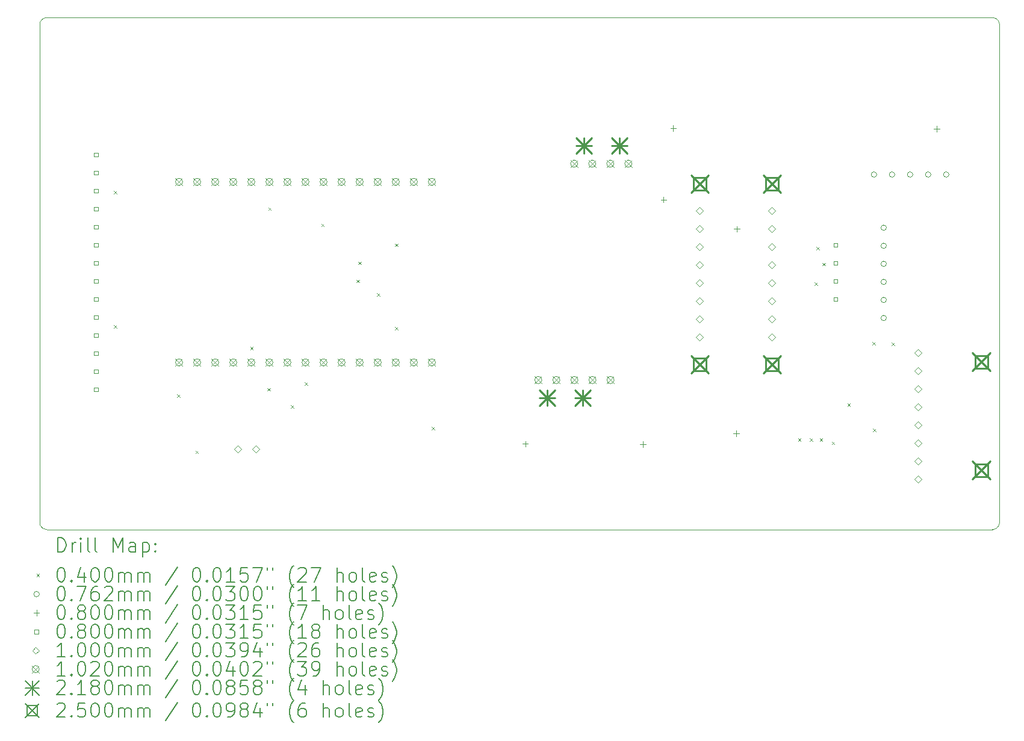
<source format=gbr>
%TF.GenerationSoftware,KiCad,Pcbnew,8.0.2*%
%TF.CreationDate,2025-03-01T21:56:43-08:00*%
%TF.ProjectId,mini_weather_monitor,6d696e69-5f77-4656-9174-6865725f6d6f,rev?*%
%TF.SameCoordinates,Original*%
%TF.FileFunction,Drillmap*%
%TF.FilePolarity,Positive*%
%FSLAX45Y45*%
G04 Gerber Fmt 4.5, Leading zero omitted, Abs format (unit mm)*
G04 Created by KiCad (PCBNEW 8.0.2) date 2025-03-01 21:56:43*
%MOMM*%
%LPD*%
G01*
G04 APERTURE LIST*
%ADD10C,0.100000*%
%ADD11C,0.200000*%
%ADD12C,0.102000*%
%ADD13C,0.218000*%
%ADD14C,0.250000*%
G04 APERTURE END LIST*
D10*
X20000000Y-13600000D02*
X6700000Y-13600000D01*
X6700000Y-6400000D02*
X20000000Y-6400000D01*
X20000000Y-6400000D02*
G75*
G02*
X20100000Y-6500000I0J-100000D01*
G01*
X20100000Y-6500000D02*
X20100000Y-13500000D01*
X6600000Y-13500000D02*
X6600000Y-6500000D01*
X6600000Y-6500000D02*
G75*
G02*
X6700000Y-6400000I100000J0D01*
G01*
X20100000Y-13500000D02*
G75*
G02*
X20000000Y-13600000I-100000J0D01*
G01*
X6700000Y-13600000D02*
G75*
G02*
X6600000Y-13500000I0J100000D01*
G01*
D11*
D10*
X7645000Y-8840000D02*
X7685000Y-8880000D01*
X7685000Y-8840000D02*
X7645000Y-8880000D01*
X7645000Y-10725000D02*
X7685000Y-10765000D01*
X7685000Y-10725000D02*
X7645000Y-10765000D01*
X8535000Y-11700000D02*
X8575000Y-11740000D01*
X8575000Y-11700000D02*
X8535000Y-11740000D01*
X8790000Y-12490000D02*
X8830000Y-12530000D01*
X8830000Y-12490000D02*
X8790000Y-12530000D01*
X9560000Y-11030000D02*
X9600000Y-11070000D01*
X9600000Y-11030000D02*
X9560000Y-11070000D01*
X9805000Y-11610000D02*
X9845000Y-11650000D01*
X9845000Y-11610000D02*
X9805000Y-11650000D01*
X9815000Y-9071000D02*
X9855000Y-9111000D01*
X9855000Y-9071000D02*
X9815000Y-9111000D01*
X10135000Y-11850000D02*
X10175000Y-11890000D01*
X10175000Y-11850000D02*
X10135000Y-11890000D01*
X10325000Y-11530000D02*
X10365000Y-11570000D01*
X10365000Y-11530000D02*
X10325000Y-11570000D01*
X10560000Y-9300000D02*
X10600000Y-9340000D01*
X10600000Y-9300000D02*
X10560000Y-9340000D01*
X11055000Y-10087000D02*
X11095000Y-10127000D01*
X11095000Y-10087000D02*
X11055000Y-10127000D01*
X11080000Y-9833000D02*
X11120000Y-9873000D01*
X11120000Y-9833000D02*
X11080000Y-9873000D01*
X11345000Y-10280000D02*
X11385000Y-10320000D01*
X11385000Y-10280000D02*
X11345000Y-10320000D01*
X11595000Y-9579000D02*
X11635000Y-9619000D01*
X11635000Y-9579000D02*
X11595000Y-9619000D01*
X11595000Y-10750000D02*
X11635000Y-10790000D01*
X11635000Y-10750000D02*
X11595000Y-10790000D01*
X12115000Y-12155000D02*
X12155000Y-12195000D01*
X12155000Y-12155000D02*
X12115000Y-12195000D01*
X17266250Y-12315400D02*
X17306250Y-12355400D01*
X17306250Y-12315400D02*
X17266250Y-12355400D01*
X17430000Y-12315400D02*
X17470000Y-12355400D01*
X17470000Y-12315400D02*
X17430000Y-12355400D01*
X17497550Y-10126074D02*
X17537550Y-10166074D01*
X17537550Y-10126074D02*
X17497550Y-10166074D01*
X17522500Y-9627500D02*
X17562500Y-9667500D01*
X17562500Y-9627500D02*
X17522500Y-9667500D01*
X17570000Y-12315400D02*
X17610000Y-12355400D01*
X17610000Y-12315400D02*
X17570000Y-12355400D01*
X17610000Y-9850000D02*
X17650000Y-9890000D01*
X17650000Y-9850000D02*
X17610000Y-9890000D01*
X17740000Y-12365000D02*
X17780000Y-12405000D01*
X17780000Y-12365000D02*
X17740000Y-12405000D01*
X17960000Y-11825000D02*
X18000000Y-11865000D01*
X18000000Y-11825000D02*
X17960000Y-11865000D01*
X18310000Y-10960000D02*
X18350000Y-11000000D01*
X18350000Y-10960000D02*
X18310000Y-11000000D01*
X18320000Y-12185000D02*
X18360000Y-12225000D01*
X18360000Y-12185000D02*
X18320000Y-12225000D01*
X18580000Y-10970000D02*
X18620000Y-11010000D01*
X18620000Y-10970000D02*
X18580000Y-11010000D01*
X18372100Y-8607500D02*
G75*
G02*
X18295900Y-8607500I-38100J0D01*
G01*
X18295900Y-8607500D02*
G75*
G02*
X18372100Y-8607500I38100J0D01*
G01*
X18507800Y-9355400D02*
G75*
G02*
X18431600Y-9355400I-38100J0D01*
G01*
X18431600Y-9355400D02*
G75*
G02*
X18507800Y-9355400I38100J0D01*
G01*
X18507800Y-9609400D02*
G75*
G02*
X18431600Y-9609400I-38100J0D01*
G01*
X18431600Y-9609400D02*
G75*
G02*
X18507800Y-9609400I38100J0D01*
G01*
X18507800Y-9863400D02*
G75*
G02*
X18431600Y-9863400I-38100J0D01*
G01*
X18431600Y-9863400D02*
G75*
G02*
X18507800Y-9863400I38100J0D01*
G01*
X18507800Y-10117400D02*
G75*
G02*
X18431600Y-10117400I-38100J0D01*
G01*
X18431600Y-10117400D02*
G75*
G02*
X18507800Y-10117400I38100J0D01*
G01*
X18507800Y-10371400D02*
G75*
G02*
X18431600Y-10371400I-38100J0D01*
G01*
X18431600Y-10371400D02*
G75*
G02*
X18507800Y-10371400I38100J0D01*
G01*
X18507800Y-10625400D02*
G75*
G02*
X18431600Y-10625400I-38100J0D01*
G01*
X18431600Y-10625400D02*
G75*
G02*
X18507800Y-10625400I38100J0D01*
G01*
X18626100Y-8607500D02*
G75*
G02*
X18549900Y-8607500I-38100J0D01*
G01*
X18549900Y-8607500D02*
G75*
G02*
X18626100Y-8607500I38100J0D01*
G01*
X18880100Y-8607500D02*
G75*
G02*
X18803900Y-8607500I-38100J0D01*
G01*
X18803900Y-8607500D02*
G75*
G02*
X18880100Y-8607500I38100J0D01*
G01*
X19134100Y-8607500D02*
G75*
G02*
X19057900Y-8607500I-38100J0D01*
G01*
X19057900Y-8607500D02*
G75*
G02*
X19134100Y-8607500I38100J0D01*
G01*
X19388100Y-8607500D02*
G75*
G02*
X19311900Y-8607500I-38100J0D01*
G01*
X19311900Y-8607500D02*
G75*
G02*
X19388100Y-8607500I38100J0D01*
G01*
X13430000Y-12355000D02*
X13430000Y-12435000D01*
X13390000Y-12395000D02*
X13470000Y-12395000D01*
X15085000Y-12360000D02*
X15085000Y-12440000D01*
X15045000Y-12400000D02*
X15125000Y-12400000D01*
X15375000Y-8920000D02*
X15375000Y-9000000D01*
X15335000Y-8960000D02*
X15415000Y-8960000D01*
X15510000Y-7915000D02*
X15510000Y-7995000D01*
X15470000Y-7955000D02*
X15550000Y-7955000D01*
X16395000Y-12210000D02*
X16395000Y-12290000D01*
X16355000Y-12250000D02*
X16435000Y-12250000D01*
X16405000Y-9333000D02*
X16405000Y-9413000D01*
X16365000Y-9373000D02*
X16445000Y-9373000D01*
X19215000Y-7925000D02*
X19215000Y-8005000D01*
X19175000Y-7965000D02*
X19255000Y-7965000D01*
X7418284Y-8357284D02*
X7418284Y-8300715D01*
X7361715Y-8300715D01*
X7361715Y-8357284D01*
X7418284Y-8357284D01*
X7418284Y-8611285D02*
X7418284Y-8554716D01*
X7361715Y-8554716D01*
X7361715Y-8611285D01*
X7418284Y-8611285D01*
X7418284Y-8865285D02*
X7418284Y-8808716D01*
X7361715Y-8808716D01*
X7361715Y-8865285D01*
X7418284Y-8865285D01*
X7418284Y-9119285D02*
X7418284Y-9062716D01*
X7361715Y-9062716D01*
X7361715Y-9119285D01*
X7418284Y-9119285D01*
X7418284Y-9373285D02*
X7418284Y-9316716D01*
X7361715Y-9316716D01*
X7361715Y-9373285D01*
X7418284Y-9373285D01*
X7418284Y-9627285D02*
X7418284Y-9570716D01*
X7361715Y-9570716D01*
X7361715Y-9627285D01*
X7418284Y-9627285D01*
X7418284Y-9881285D02*
X7418284Y-9824716D01*
X7361715Y-9824716D01*
X7361715Y-9881285D01*
X7418284Y-9881285D01*
X7418284Y-10135285D02*
X7418284Y-10078716D01*
X7361715Y-10078716D01*
X7361715Y-10135285D01*
X7418284Y-10135285D01*
X7418284Y-10389285D02*
X7418284Y-10332716D01*
X7361715Y-10332716D01*
X7361715Y-10389285D01*
X7418284Y-10389285D01*
X7418284Y-10643285D02*
X7418284Y-10586716D01*
X7361715Y-10586716D01*
X7361715Y-10643285D01*
X7418284Y-10643285D01*
X7418284Y-10897285D02*
X7418284Y-10840716D01*
X7361715Y-10840716D01*
X7361715Y-10897285D01*
X7418284Y-10897285D01*
X7418284Y-11151285D02*
X7418284Y-11094716D01*
X7361715Y-11094716D01*
X7361715Y-11151285D01*
X7418284Y-11151285D01*
X7418284Y-11405284D02*
X7418284Y-11348715D01*
X7361715Y-11348715D01*
X7361715Y-11405284D01*
X7418284Y-11405284D01*
X7418284Y-11659284D02*
X7418284Y-11602715D01*
X7361715Y-11602715D01*
X7361715Y-11659284D01*
X7418284Y-11659284D01*
X17822285Y-9627285D02*
X17822285Y-9570716D01*
X17765716Y-9570716D01*
X17765716Y-9627285D01*
X17822285Y-9627285D01*
X17822285Y-9881285D02*
X17822285Y-9824716D01*
X17765716Y-9824716D01*
X17765716Y-9881285D01*
X17822285Y-9881285D01*
X17822285Y-10135285D02*
X17822285Y-10078716D01*
X17765716Y-10078716D01*
X17765716Y-10135285D01*
X17822285Y-10135285D01*
X17822285Y-10389285D02*
X17822285Y-10332716D01*
X17765716Y-10332716D01*
X17765716Y-10389285D01*
X17822285Y-10389285D01*
X9386000Y-12520000D02*
X9436000Y-12470000D01*
X9386000Y-12420000D01*
X9336000Y-12470000D01*
X9386000Y-12520000D01*
X9640000Y-12520000D02*
X9690000Y-12470000D01*
X9640000Y-12420000D01*
X9590000Y-12470000D01*
X9640000Y-12520000D01*
X15883000Y-9169000D02*
X15933000Y-9119000D01*
X15883000Y-9069000D01*
X15833000Y-9119000D01*
X15883000Y-9169000D01*
X15883000Y-9423000D02*
X15933000Y-9373000D01*
X15883000Y-9323000D01*
X15833000Y-9373000D01*
X15883000Y-9423000D01*
X15883000Y-9677000D02*
X15933000Y-9627000D01*
X15883000Y-9577000D01*
X15833000Y-9627000D01*
X15883000Y-9677000D01*
X15883000Y-9931000D02*
X15933000Y-9881000D01*
X15883000Y-9831000D01*
X15833000Y-9881000D01*
X15883000Y-9931000D01*
X15883000Y-10185000D02*
X15933000Y-10135000D01*
X15883000Y-10085000D01*
X15833000Y-10135000D01*
X15883000Y-10185000D01*
X15883000Y-10439000D02*
X15933000Y-10389000D01*
X15883000Y-10339000D01*
X15833000Y-10389000D01*
X15883000Y-10439000D01*
X15883000Y-10693000D02*
X15933000Y-10643000D01*
X15883000Y-10593000D01*
X15833000Y-10643000D01*
X15883000Y-10693000D01*
X15883000Y-10947000D02*
X15933000Y-10897000D01*
X15883000Y-10847000D01*
X15833000Y-10897000D01*
X15883000Y-10947000D01*
X16899000Y-9169000D02*
X16949000Y-9119000D01*
X16899000Y-9069000D01*
X16849000Y-9119000D01*
X16899000Y-9169000D01*
X16899000Y-9423000D02*
X16949000Y-9373000D01*
X16899000Y-9323000D01*
X16849000Y-9373000D01*
X16899000Y-9423000D01*
X16899000Y-9677000D02*
X16949000Y-9627000D01*
X16899000Y-9577000D01*
X16849000Y-9627000D01*
X16899000Y-9677000D01*
X16899000Y-9931000D02*
X16949000Y-9881000D01*
X16899000Y-9831000D01*
X16849000Y-9881000D01*
X16899000Y-9931000D01*
X16899000Y-10185000D02*
X16949000Y-10135000D01*
X16899000Y-10085000D01*
X16849000Y-10135000D01*
X16899000Y-10185000D01*
X16899000Y-10439000D02*
X16949000Y-10389000D01*
X16899000Y-10339000D01*
X16849000Y-10389000D01*
X16899000Y-10439000D01*
X16899000Y-10693000D02*
X16949000Y-10643000D01*
X16899000Y-10593000D01*
X16849000Y-10643000D01*
X16899000Y-10693000D01*
X16899000Y-10947000D02*
X16949000Y-10897000D01*
X16899000Y-10847000D01*
X16849000Y-10897000D01*
X16899000Y-10947000D01*
X18955000Y-11166000D02*
X19005000Y-11116000D01*
X18955000Y-11066000D01*
X18905000Y-11116000D01*
X18955000Y-11166000D01*
X18955000Y-11420000D02*
X19005000Y-11370000D01*
X18955000Y-11320000D01*
X18905000Y-11370000D01*
X18955000Y-11420000D01*
X18955000Y-11674000D02*
X19005000Y-11624000D01*
X18955000Y-11574000D01*
X18905000Y-11624000D01*
X18955000Y-11674000D01*
X18955000Y-11928000D02*
X19005000Y-11878000D01*
X18955000Y-11828000D01*
X18905000Y-11878000D01*
X18955000Y-11928000D01*
X18955000Y-12182000D02*
X19005000Y-12132000D01*
X18955000Y-12082000D01*
X18905000Y-12132000D01*
X18955000Y-12182000D01*
X18955000Y-12436000D02*
X19005000Y-12386000D01*
X18955000Y-12336000D01*
X18905000Y-12386000D01*
X18955000Y-12436000D01*
X18955000Y-12690000D02*
X19005000Y-12640000D01*
X18955000Y-12590000D01*
X18905000Y-12640000D01*
X18955000Y-12690000D01*
X18955000Y-12944000D02*
X19005000Y-12894000D01*
X18955000Y-12844000D01*
X18905000Y-12894000D01*
X18955000Y-12944000D01*
D12*
X8509500Y-8659000D02*
X8611500Y-8761000D01*
X8611500Y-8659000D02*
X8509500Y-8761000D01*
X8611500Y-8710000D02*
G75*
G02*
X8509500Y-8710000I-51000J0D01*
G01*
X8509500Y-8710000D02*
G75*
G02*
X8611500Y-8710000I51000J0D01*
G01*
X8509500Y-11199000D02*
X8611500Y-11301000D01*
X8611500Y-11199000D02*
X8509500Y-11301000D01*
X8611500Y-11250000D02*
G75*
G02*
X8509500Y-11250000I-51000J0D01*
G01*
X8509500Y-11250000D02*
G75*
G02*
X8611500Y-11250000I51000J0D01*
G01*
X8763500Y-8659000D02*
X8865500Y-8761000D01*
X8865500Y-8659000D02*
X8763500Y-8761000D01*
X8865500Y-8710000D02*
G75*
G02*
X8763500Y-8710000I-51000J0D01*
G01*
X8763500Y-8710000D02*
G75*
G02*
X8865500Y-8710000I51000J0D01*
G01*
X8763500Y-11199000D02*
X8865500Y-11301000D01*
X8865500Y-11199000D02*
X8763500Y-11301000D01*
X8865500Y-11250000D02*
G75*
G02*
X8763500Y-11250000I-51000J0D01*
G01*
X8763500Y-11250000D02*
G75*
G02*
X8865500Y-11250000I51000J0D01*
G01*
X9017500Y-8659000D02*
X9119500Y-8761000D01*
X9119500Y-8659000D02*
X9017500Y-8761000D01*
X9119500Y-8710000D02*
G75*
G02*
X9017500Y-8710000I-51000J0D01*
G01*
X9017500Y-8710000D02*
G75*
G02*
X9119500Y-8710000I51000J0D01*
G01*
X9017500Y-11199000D02*
X9119500Y-11301000D01*
X9119500Y-11199000D02*
X9017500Y-11301000D01*
X9119500Y-11250000D02*
G75*
G02*
X9017500Y-11250000I-51000J0D01*
G01*
X9017500Y-11250000D02*
G75*
G02*
X9119500Y-11250000I51000J0D01*
G01*
X9271500Y-8659000D02*
X9373500Y-8761000D01*
X9373500Y-8659000D02*
X9271500Y-8761000D01*
X9373500Y-8710000D02*
G75*
G02*
X9271500Y-8710000I-51000J0D01*
G01*
X9271500Y-8710000D02*
G75*
G02*
X9373500Y-8710000I51000J0D01*
G01*
X9271500Y-11199000D02*
X9373500Y-11301000D01*
X9373500Y-11199000D02*
X9271500Y-11301000D01*
X9373500Y-11250000D02*
G75*
G02*
X9271500Y-11250000I-51000J0D01*
G01*
X9271500Y-11250000D02*
G75*
G02*
X9373500Y-11250000I51000J0D01*
G01*
X9525500Y-8659000D02*
X9627500Y-8761000D01*
X9627500Y-8659000D02*
X9525500Y-8761000D01*
X9627500Y-8710000D02*
G75*
G02*
X9525500Y-8710000I-51000J0D01*
G01*
X9525500Y-8710000D02*
G75*
G02*
X9627500Y-8710000I51000J0D01*
G01*
X9525500Y-11199000D02*
X9627500Y-11301000D01*
X9627500Y-11199000D02*
X9525500Y-11301000D01*
X9627500Y-11250000D02*
G75*
G02*
X9525500Y-11250000I-51000J0D01*
G01*
X9525500Y-11250000D02*
G75*
G02*
X9627500Y-11250000I51000J0D01*
G01*
X9779500Y-8659000D02*
X9881500Y-8761000D01*
X9881500Y-8659000D02*
X9779500Y-8761000D01*
X9881500Y-8710000D02*
G75*
G02*
X9779500Y-8710000I-51000J0D01*
G01*
X9779500Y-8710000D02*
G75*
G02*
X9881500Y-8710000I51000J0D01*
G01*
X9779500Y-11199000D02*
X9881500Y-11301000D01*
X9881500Y-11199000D02*
X9779500Y-11301000D01*
X9881500Y-11250000D02*
G75*
G02*
X9779500Y-11250000I-51000J0D01*
G01*
X9779500Y-11250000D02*
G75*
G02*
X9881500Y-11250000I51000J0D01*
G01*
X10033500Y-8659000D02*
X10135500Y-8761000D01*
X10135500Y-8659000D02*
X10033500Y-8761000D01*
X10135500Y-8710000D02*
G75*
G02*
X10033500Y-8710000I-51000J0D01*
G01*
X10033500Y-8710000D02*
G75*
G02*
X10135500Y-8710000I51000J0D01*
G01*
X10033500Y-11199000D02*
X10135500Y-11301000D01*
X10135500Y-11199000D02*
X10033500Y-11301000D01*
X10135500Y-11250000D02*
G75*
G02*
X10033500Y-11250000I-51000J0D01*
G01*
X10033500Y-11250000D02*
G75*
G02*
X10135500Y-11250000I51000J0D01*
G01*
X10287500Y-8659000D02*
X10389500Y-8761000D01*
X10389500Y-8659000D02*
X10287500Y-8761000D01*
X10389500Y-8710000D02*
G75*
G02*
X10287500Y-8710000I-51000J0D01*
G01*
X10287500Y-8710000D02*
G75*
G02*
X10389500Y-8710000I51000J0D01*
G01*
X10287500Y-11199000D02*
X10389500Y-11301000D01*
X10389500Y-11199000D02*
X10287500Y-11301000D01*
X10389500Y-11250000D02*
G75*
G02*
X10287500Y-11250000I-51000J0D01*
G01*
X10287500Y-11250000D02*
G75*
G02*
X10389500Y-11250000I51000J0D01*
G01*
X10541500Y-8659000D02*
X10643500Y-8761000D01*
X10643500Y-8659000D02*
X10541500Y-8761000D01*
X10643500Y-8710000D02*
G75*
G02*
X10541500Y-8710000I-51000J0D01*
G01*
X10541500Y-8710000D02*
G75*
G02*
X10643500Y-8710000I51000J0D01*
G01*
X10541500Y-11199000D02*
X10643500Y-11301000D01*
X10643500Y-11199000D02*
X10541500Y-11301000D01*
X10643500Y-11250000D02*
G75*
G02*
X10541500Y-11250000I-51000J0D01*
G01*
X10541500Y-11250000D02*
G75*
G02*
X10643500Y-11250000I51000J0D01*
G01*
X10795500Y-8659000D02*
X10897500Y-8761000D01*
X10897500Y-8659000D02*
X10795500Y-8761000D01*
X10897500Y-8710000D02*
G75*
G02*
X10795500Y-8710000I-51000J0D01*
G01*
X10795500Y-8710000D02*
G75*
G02*
X10897500Y-8710000I51000J0D01*
G01*
X10795500Y-11199000D02*
X10897500Y-11301000D01*
X10897500Y-11199000D02*
X10795500Y-11301000D01*
X10897500Y-11250000D02*
G75*
G02*
X10795500Y-11250000I-51000J0D01*
G01*
X10795500Y-11250000D02*
G75*
G02*
X10897500Y-11250000I51000J0D01*
G01*
X11049500Y-8659000D02*
X11151500Y-8761000D01*
X11151500Y-8659000D02*
X11049500Y-8761000D01*
X11151500Y-8710000D02*
G75*
G02*
X11049500Y-8710000I-51000J0D01*
G01*
X11049500Y-8710000D02*
G75*
G02*
X11151500Y-8710000I51000J0D01*
G01*
X11049500Y-11199000D02*
X11151500Y-11301000D01*
X11151500Y-11199000D02*
X11049500Y-11301000D01*
X11151500Y-11250000D02*
G75*
G02*
X11049500Y-11250000I-51000J0D01*
G01*
X11049500Y-11250000D02*
G75*
G02*
X11151500Y-11250000I51000J0D01*
G01*
X11303500Y-8659000D02*
X11405500Y-8761000D01*
X11405500Y-8659000D02*
X11303500Y-8761000D01*
X11405500Y-8710000D02*
G75*
G02*
X11303500Y-8710000I-51000J0D01*
G01*
X11303500Y-8710000D02*
G75*
G02*
X11405500Y-8710000I51000J0D01*
G01*
X11303500Y-11199000D02*
X11405500Y-11301000D01*
X11405500Y-11199000D02*
X11303500Y-11301000D01*
X11405500Y-11250000D02*
G75*
G02*
X11303500Y-11250000I-51000J0D01*
G01*
X11303500Y-11250000D02*
G75*
G02*
X11405500Y-11250000I51000J0D01*
G01*
X11557500Y-8659000D02*
X11659500Y-8761000D01*
X11659500Y-8659000D02*
X11557500Y-8761000D01*
X11659500Y-8710000D02*
G75*
G02*
X11557500Y-8710000I-51000J0D01*
G01*
X11557500Y-8710000D02*
G75*
G02*
X11659500Y-8710000I51000J0D01*
G01*
X11557500Y-11199000D02*
X11659500Y-11301000D01*
X11659500Y-11199000D02*
X11557500Y-11301000D01*
X11659500Y-11250000D02*
G75*
G02*
X11557500Y-11250000I-51000J0D01*
G01*
X11557500Y-11250000D02*
G75*
G02*
X11659500Y-11250000I51000J0D01*
G01*
X11811500Y-8659000D02*
X11913500Y-8761000D01*
X11913500Y-8659000D02*
X11811500Y-8761000D01*
X11913500Y-8710000D02*
G75*
G02*
X11811500Y-8710000I-51000J0D01*
G01*
X11811500Y-8710000D02*
G75*
G02*
X11913500Y-8710000I51000J0D01*
G01*
X11811500Y-11199000D02*
X11913500Y-11301000D01*
X11913500Y-11199000D02*
X11811500Y-11301000D01*
X11913500Y-11250000D02*
G75*
G02*
X11811500Y-11250000I-51000J0D01*
G01*
X11811500Y-11250000D02*
G75*
G02*
X11913500Y-11250000I51000J0D01*
G01*
X12065500Y-8659000D02*
X12167500Y-8761000D01*
X12167500Y-8659000D02*
X12065500Y-8761000D01*
X12167500Y-8710000D02*
G75*
G02*
X12065500Y-8710000I-51000J0D01*
G01*
X12065500Y-8710000D02*
G75*
G02*
X12167500Y-8710000I51000J0D01*
G01*
X12065500Y-11199000D02*
X12167500Y-11301000D01*
X12167500Y-11199000D02*
X12065500Y-11301000D01*
X12167500Y-11250000D02*
G75*
G02*
X12065500Y-11250000I-51000J0D01*
G01*
X12065500Y-11250000D02*
G75*
G02*
X12167500Y-11250000I51000J0D01*
G01*
X13562170Y-11447092D02*
X13664170Y-11549092D01*
X13664170Y-11447092D02*
X13562170Y-11549092D01*
X13664170Y-11498092D02*
G75*
G02*
X13562170Y-11498092I-51000J0D01*
G01*
X13562170Y-11498092D02*
G75*
G02*
X13664170Y-11498092I51000J0D01*
G01*
X13816170Y-11447092D02*
X13918170Y-11549092D01*
X13918170Y-11447092D02*
X13816170Y-11549092D01*
X13918170Y-11498092D02*
G75*
G02*
X13816170Y-11498092I-51000J0D01*
G01*
X13816170Y-11498092D02*
G75*
G02*
X13918170Y-11498092I51000J0D01*
G01*
X14066170Y-8403092D02*
X14168170Y-8505092D01*
X14168170Y-8403092D02*
X14066170Y-8505092D01*
X14168170Y-8454092D02*
G75*
G02*
X14066170Y-8454092I-51000J0D01*
G01*
X14066170Y-8454092D02*
G75*
G02*
X14168170Y-8454092I51000J0D01*
G01*
X14070170Y-11447092D02*
X14172170Y-11549092D01*
X14172170Y-11447092D02*
X14070170Y-11549092D01*
X14172170Y-11498092D02*
G75*
G02*
X14070170Y-11498092I-51000J0D01*
G01*
X14070170Y-11498092D02*
G75*
G02*
X14172170Y-11498092I51000J0D01*
G01*
X14320170Y-8403092D02*
X14422170Y-8505092D01*
X14422170Y-8403092D02*
X14320170Y-8505092D01*
X14422170Y-8454092D02*
G75*
G02*
X14320170Y-8454092I-51000J0D01*
G01*
X14320170Y-8454092D02*
G75*
G02*
X14422170Y-8454092I51000J0D01*
G01*
X14324170Y-11447092D02*
X14426170Y-11549092D01*
X14426170Y-11447092D02*
X14324170Y-11549092D01*
X14426170Y-11498092D02*
G75*
G02*
X14324170Y-11498092I-51000J0D01*
G01*
X14324170Y-11498092D02*
G75*
G02*
X14426170Y-11498092I51000J0D01*
G01*
X14574170Y-8403092D02*
X14676170Y-8505092D01*
X14676170Y-8403092D02*
X14574170Y-8505092D01*
X14676170Y-8454092D02*
G75*
G02*
X14574170Y-8454092I-51000J0D01*
G01*
X14574170Y-8454092D02*
G75*
G02*
X14676170Y-8454092I51000J0D01*
G01*
X14578170Y-11447092D02*
X14680170Y-11549092D01*
X14680170Y-11447092D02*
X14578170Y-11549092D01*
X14680170Y-11498092D02*
G75*
G02*
X14578170Y-11498092I-51000J0D01*
G01*
X14578170Y-11498092D02*
G75*
G02*
X14680170Y-11498092I51000J0D01*
G01*
X14828170Y-8403092D02*
X14930170Y-8505092D01*
X14930170Y-8403092D02*
X14828170Y-8505092D01*
X14930170Y-8454092D02*
G75*
G02*
X14828170Y-8454092I-51000J0D01*
G01*
X14828170Y-8454092D02*
G75*
G02*
X14930170Y-8454092I51000J0D01*
G01*
D13*
X13631170Y-11643092D02*
X13849170Y-11861092D01*
X13849170Y-11643092D02*
X13631170Y-11861092D01*
X13740170Y-11643092D02*
X13740170Y-11861092D01*
X13631170Y-11752092D02*
X13849170Y-11752092D01*
X14131170Y-11643092D02*
X14349170Y-11861092D01*
X14349170Y-11643092D02*
X14131170Y-11861092D01*
X14240170Y-11643092D02*
X14240170Y-11861092D01*
X14131170Y-11752092D02*
X14349170Y-11752092D01*
X14143170Y-8091092D02*
X14361170Y-8309092D01*
X14361170Y-8091092D02*
X14143170Y-8309092D01*
X14252170Y-8091092D02*
X14252170Y-8309092D01*
X14143170Y-8200092D02*
X14361170Y-8200092D01*
X14643170Y-8091092D02*
X14861170Y-8309092D01*
X14861170Y-8091092D02*
X14643170Y-8309092D01*
X14752170Y-8091092D02*
X14752170Y-8309092D01*
X14643170Y-8200092D02*
X14861170Y-8200092D01*
D14*
X15758000Y-8613000D02*
X16008000Y-8863000D01*
X16008000Y-8613000D02*
X15758000Y-8863000D01*
X15971389Y-8826389D02*
X15971389Y-8649611D01*
X15794611Y-8649611D01*
X15794611Y-8826389D01*
X15971389Y-8826389D01*
X15758000Y-11153000D02*
X16008000Y-11403000D01*
X16008000Y-11153000D02*
X15758000Y-11403000D01*
X15971389Y-11366389D02*
X15971389Y-11189611D01*
X15794611Y-11189611D01*
X15794611Y-11366389D01*
X15971389Y-11366389D01*
X16774000Y-8613000D02*
X17024000Y-8863000D01*
X17024000Y-8613000D02*
X16774000Y-8863000D01*
X16987389Y-8826389D02*
X16987389Y-8649611D01*
X16810611Y-8649611D01*
X16810611Y-8826389D01*
X16987389Y-8826389D01*
X16774000Y-11153000D02*
X17024000Y-11403000D01*
X17024000Y-11153000D02*
X16774000Y-11403000D01*
X16987389Y-11366389D02*
X16987389Y-11189611D01*
X16810611Y-11189611D01*
X16810611Y-11366389D01*
X16987389Y-11366389D01*
X19719000Y-11118000D02*
X19969000Y-11368000D01*
X19969000Y-11118000D02*
X19719000Y-11368000D01*
X19932389Y-11331389D02*
X19932389Y-11154611D01*
X19755611Y-11154611D01*
X19755611Y-11331389D01*
X19932389Y-11331389D01*
X19719000Y-12642000D02*
X19969000Y-12892000D01*
X19969000Y-12642000D02*
X19719000Y-12892000D01*
X19932389Y-12855389D02*
X19932389Y-12678611D01*
X19755611Y-12678611D01*
X19755611Y-12855389D01*
X19932389Y-12855389D01*
D11*
X6855777Y-13916484D02*
X6855777Y-13716484D01*
X6855777Y-13716484D02*
X6903396Y-13716484D01*
X6903396Y-13716484D02*
X6931967Y-13726008D01*
X6931967Y-13726008D02*
X6951015Y-13745055D01*
X6951015Y-13745055D02*
X6960539Y-13764103D01*
X6960539Y-13764103D02*
X6970062Y-13802198D01*
X6970062Y-13802198D02*
X6970062Y-13830769D01*
X6970062Y-13830769D02*
X6960539Y-13868865D01*
X6960539Y-13868865D02*
X6951015Y-13887912D01*
X6951015Y-13887912D02*
X6931967Y-13906960D01*
X6931967Y-13906960D02*
X6903396Y-13916484D01*
X6903396Y-13916484D02*
X6855777Y-13916484D01*
X7055777Y-13916484D02*
X7055777Y-13783150D01*
X7055777Y-13821246D02*
X7065301Y-13802198D01*
X7065301Y-13802198D02*
X7074824Y-13792674D01*
X7074824Y-13792674D02*
X7093872Y-13783150D01*
X7093872Y-13783150D02*
X7112920Y-13783150D01*
X7179586Y-13916484D02*
X7179586Y-13783150D01*
X7179586Y-13716484D02*
X7170062Y-13726008D01*
X7170062Y-13726008D02*
X7179586Y-13735531D01*
X7179586Y-13735531D02*
X7189110Y-13726008D01*
X7189110Y-13726008D02*
X7179586Y-13716484D01*
X7179586Y-13716484D02*
X7179586Y-13735531D01*
X7303396Y-13916484D02*
X7284348Y-13906960D01*
X7284348Y-13906960D02*
X7274824Y-13887912D01*
X7274824Y-13887912D02*
X7274824Y-13716484D01*
X7408158Y-13916484D02*
X7389110Y-13906960D01*
X7389110Y-13906960D02*
X7379586Y-13887912D01*
X7379586Y-13887912D02*
X7379586Y-13716484D01*
X7636729Y-13916484D02*
X7636729Y-13716484D01*
X7636729Y-13716484D02*
X7703396Y-13859341D01*
X7703396Y-13859341D02*
X7770062Y-13716484D01*
X7770062Y-13716484D02*
X7770062Y-13916484D01*
X7951015Y-13916484D02*
X7951015Y-13811722D01*
X7951015Y-13811722D02*
X7941491Y-13792674D01*
X7941491Y-13792674D02*
X7922443Y-13783150D01*
X7922443Y-13783150D02*
X7884348Y-13783150D01*
X7884348Y-13783150D02*
X7865301Y-13792674D01*
X7951015Y-13906960D02*
X7931967Y-13916484D01*
X7931967Y-13916484D02*
X7884348Y-13916484D01*
X7884348Y-13916484D02*
X7865301Y-13906960D01*
X7865301Y-13906960D02*
X7855777Y-13887912D01*
X7855777Y-13887912D02*
X7855777Y-13868865D01*
X7855777Y-13868865D02*
X7865301Y-13849817D01*
X7865301Y-13849817D02*
X7884348Y-13840293D01*
X7884348Y-13840293D02*
X7931967Y-13840293D01*
X7931967Y-13840293D02*
X7951015Y-13830769D01*
X8046253Y-13783150D02*
X8046253Y-13983150D01*
X8046253Y-13792674D02*
X8065301Y-13783150D01*
X8065301Y-13783150D02*
X8103396Y-13783150D01*
X8103396Y-13783150D02*
X8122443Y-13792674D01*
X8122443Y-13792674D02*
X8131967Y-13802198D01*
X8131967Y-13802198D02*
X8141491Y-13821246D01*
X8141491Y-13821246D02*
X8141491Y-13878388D01*
X8141491Y-13878388D02*
X8131967Y-13897436D01*
X8131967Y-13897436D02*
X8122443Y-13906960D01*
X8122443Y-13906960D02*
X8103396Y-13916484D01*
X8103396Y-13916484D02*
X8065301Y-13916484D01*
X8065301Y-13916484D02*
X8046253Y-13906960D01*
X8227205Y-13897436D02*
X8236729Y-13906960D01*
X8236729Y-13906960D02*
X8227205Y-13916484D01*
X8227205Y-13916484D02*
X8217682Y-13906960D01*
X8217682Y-13906960D02*
X8227205Y-13897436D01*
X8227205Y-13897436D02*
X8227205Y-13916484D01*
X8227205Y-13792674D02*
X8236729Y-13802198D01*
X8236729Y-13802198D02*
X8227205Y-13811722D01*
X8227205Y-13811722D02*
X8217682Y-13802198D01*
X8217682Y-13802198D02*
X8227205Y-13792674D01*
X8227205Y-13792674D02*
X8227205Y-13811722D01*
D10*
X6555000Y-14225000D02*
X6595000Y-14265000D01*
X6595000Y-14225000D02*
X6555000Y-14265000D01*
D11*
X6893872Y-14136484D02*
X6912920Y-14136484D01*
X6912920Y-14136484D02*
X6931967Y-14146008D01*
X6931967Y-14146008D02*
X6941491Y-14155531D01*
X6941491Y-14155531D02*
X6951015Y-14174579D01*
X6951015Y-14174579D02*
X6960539Y-14212674D01*
X6960539Y-14212674D02*
X6960539Y-14260293D01*
X6960539Y-14260293D02*
X6951015Y-14298388D01*
X6951015Y-14298388D02*
X6941491Y-14317436D01*
X6941491Y-14317436D02*
X6931967Y-14326960D01*
X6931967Y-14326960D02*
X6912920Y-14336484D01*
X6912920Y-14336484D02*
X6893872Y-14336484D01*
X6893872Y-14336484D02*
X6874824Y-14326960D01*
X6874824Y-14326960D02*
X6865301Y-14317436D01*
X6865301Y-14317436D02*
X6855777Y-14298388D01*
X6855777Y-14298388D02*
X6846253Y-14260293D01*
X6846253Y-14260293D02*
X6846253Y-14212674D01*
X6846253Y-14212674D02*
X6855777Y-14174579D01*
X6855777Y-14174579D02*
X6865301Y-14155531D01*
X6865301Y-14155531D02*
X6874824Y-14146008D01*
X6874824Y-14146008D02*
X6893872Y-14136484D01*
X7046253Y-14317436D02*
X7055777Y-14326960D01*
X7055777Y-14326960D02*
X7046253Y-14336484D01*
X7046253Y-14336484D02*
X7036729Y-14326960D01*
X7036729Y-14326960D02*
X7046253Y-14317436D01*
X7046253Y-14317436D02*
X7046253Y-14336484D01*
X7227205Y-14203150D02*
X7227205Y-14336484D01*
X7179586Y-14126960D02*
X7131967Y-14269817D01*
X7131967Y-14269817D02*
X7255777Y-14269817D01*
X7370062Y-14136484D02*
X7389110Y-14136484D01*
X7389110Y-14136484D02*
X7408158Y-14146008D01*
X7408158Y-14146008D02*
X7417682Y-14155531D01*
X7417682Y-14155531D02*
X7427205Y-14174579D01*
X7427205Y-14174579D02*
X7436729Y-14212674D01*
X7436729Y-14212674D02*
X7436729Y-14260293D01*
X7436729Y-14260293D02*
X7427205Y-14298388D01*
X7427205Y-14298388D02*
X7417682Y-14317436D01*
X7417682Y-14317436D02*
X7408158Y-14326960D01*
X7408158Y-14326960D02*
X7389110Y-14336484D01*
X7389110Y-14336484D02*
X7370062Y-14336484D01*
X7370062Y-14336484D02*
X7351015Y-14326960D01*
X7351015Y-14326960D02*
X7341491Y-14317436D01*
X7341491Y-14317436D02*
X7331967Y-14298388D01*
X7331967Y-14298388D02*
X7322443Y-14260293D01*
X7322443Y-14260293D02*
X7322443Y-14212674D01*
X7322443Y-14212674D02*
X7331967Y-14174579D01*
X7331967Y-14174579D02*
X7341491Y-14155531D01*
X7341491Y-14155531D02*
X7351015Y-14146008D01*
X7351015Y-14146008D02*
X7370062Y-14136484D01*
X7560539Y-14136484D02*
X7579586Y-14136484D01*
X7579586Y-14136484D02*
X7598634Y-14146008D01*
X7598634Y-14146008D02*
X7608158Y-14155531D01*
X7608158Y-14155531D02*
X7617682Y-14174579D01*
X7617682Y-14174579D02*
X7627205Y-14212674D01*
X7627205Y-14212674D02*
X7627205Y-14260293D01*
X7627205Y-14260293D02*
X7617682Y-14298388D01*
X7617682Y-14298388D02*
X7608158Y-14317436D01*
X7608158Y-14317436D02*
X7598634Y-14326960D01*
X7598634Y-14326960D02*
X7579586Y-14336484D01*
X7579586Y-14336484D02*
X7560539Y-14336484D01*
X7560539Y-14336484D02*
X7541491Y-14326960D01*
X7541491Y-14326960D02*
X7531967Y-14317436D01*
X7531967Y-14317436D02*
X7522443Y-14298388D01*
X7522443Y-14298388D02*
X7512920Y-14260293D01*
X7512920Y-14260293D02*
X7512920Y-14212674D01*
X7512920Y-14212674D02*
X7522443Y-14174579D01*
X7522443Y-14174579D02*
X7531967Y-14155531D01*
X7531967Y-14155531D02*
X7541491Y-14146008D01*
X7541491Y-14146008D02*
X7560539Y-14136484D01*
X7712920Y-14336484D02*
X7712920Y-14203150D01*
X7712920Y-14222198D02*
X7722443Y-14212674D01*
X7722443Y-14212674D02*
X7741491Y-14203150D01*
X7741491Y-14203150D02*
X7770063Y-14203150D01*
X7770063Y-14203150D02*
X7789110Y-14212674D01*
X7789110Y-14212674D02*
X7798634Y-14231722D01*
X7798634Y-14231722D02*
X7798634Y-14336484D01*
X7798634Y-14231722D02*
X7808158Y-14212674D01*
X7808158Y-14212674D02*
X7827205Y-14203150D01*
X7827205Y-14203150D02*
X7855777Y-14203150D01*
X7855777Y-14203150D02*
X7874824Y-14212674D01*
X7874824Y-14212674D02*
X7884348Y-14231722D01*
X7884348Y-14231722D02*
X7884348Y-14336484D01*
X7979586Y-14336484D02*
X7979586Y-14203150D01*
X7979586Y-14222198D02*
X7989110Y-14212674D01*
X7989110Y-14212674D02*
X8008158Y-14203150D01*
X8008158Y-14203150D02*
X8036729Y-14203150D01*
X8036729Y-14203150D02*
X8055777Y-14212674D01*
X8055777Y-14212674D02*
X8065301Y-14231722D01*
X8065301Y-14231722D02*
X8065301Y-14336484D01*
X8065301Y-14231722D02*
X8074824Y-14212674D01*
X8074824Y-14212674D02*
X8093872Y-14203150D01*
X8093872Y-14203150D02*
X8122443Y-14203150D01*
X8122443Y-14203150D02*
X8141491Y-14212674D01*
X8141491Y-14212674D02*
X8151015Y-14231722D01*
X8151015Y-14231722D02*
X8151015Y-14336484D01*
X8541491Y-14126960D02*
X8370063Y-14384103D01*
X8798634Y-14136484D02*
X8817682Y-14136484D01*
X8817682Y-14136484D02*
X8836729Y-14146008D01*
X8836729Y-14146008D02*
X8846253Y-14155531D01*
X8846253Y-14155531D02*
X8855777Y-14174579D01*
X8855777Y-14174579D02*
X8865301Y-14212674D01*
X8865301Y-14212674D02*
X8865301Y-14260293D01*
X8865301Y-14260293D02*
X8855777Y-14298388D01*
X8855777Y-14298388D02*
X8846253Y-14317436D01*
X8846253Y-14317436D02*
X8836729Y-14326960D01*
X8836729Y-14326960D02*
X8817682Y-14336484D01*
X8817682Y-14336484D02*
X8798634Y-14336484D01*
X8798634Y-14336484D02*
X8779587Y-14326960D01*
X8779587Y-14326960D02*
X8770063Y-14317436D01*
X8770063Y-14317436D02*
X8760539Y-14298388D01*
X8760539Y-14298388D02*
X8751015Y-14260293D01*
X8751015Y-14260293D02*
X8751015Y-14212674D01*
X8751015Y-14212674D02*
X8760539Y-14174579D01*
X8760539Y-14174579D02*
X8770063Y-14155531D01*
X8770063Y-14155531D02*
X8779587Y-14146008D01*
X8779587Y-14146008D02*
X8798634Y-14136484D01*
X8951015Y-14317436D02*
X8960539Y-14326960D01*
X8960539Y-14326960D02*
X8951015Y-14336484D01*
X8951015Y-14336484D02*
X8941491Y-14326960D01*
X8941491Y-14326960D02*
X8951015Y-14317436D01*
X8951015Y-14317436D02*
X8951015Y-14336484D01*
X9084348Y-14136484D02*
X9103396Y-14136484D01*
X9103396Y-14136484D02*
X9122444Y-14146008D01*
X9122444Y-14146008D02*
X9131968Y-14155531D01*
X9131968Y-14155531D02*
X9141491Y-14174579D01*
X9141491Y-14174579D02*
X9151015Y-14212674D01*
X9151015Y-14212674D02*
X9151015Y-14260293D01*
X9151015Y-14260293D02*
X9141491Y-14298388D01*
X9141491Y-14298388D02*
X9131968Y-14317436D01*
X9131968Y-14317436D02*
X9122444Y-14326960D01*
X9122444Y-14326960D02*
X9103396Y-14336484D01*
X9103396Y-14336484D02*
X9084348Y-14336484D01*
X9084348Y-14336484D02*
X9065301Y-14326960D01*
X9065301Y-14326960D02*
X9055777Y-14317436D01*
X9055777Y-14317436D02*
X9046253Y-14298388D01*
X9046253Y-14298388D02*
X9036729Y-14260293D01*
X9036729Y-14260293D02*
X9036729Y-14212674D01*
X9036729Y-14212674D02*
X9046253Y-14174579D01*
X9046253Y-14174579D02*
X9055777Y-14155531D01*
X9055777Y-14155531D02*
X9065301Y-14146008D01*
X9065301Y-14146008D02*
X9084348Y-14136484D01*
X9341491Y-14336484D02*
X9227206Y-14336484D01*
X9284348Y-14336484D02*
X9284348Y-14136484D01*
X9284348Y-14136484D02*
X9265301Y-14165055D01*
X9265301Y-14165055D02*
X9246253Y-14184103D01*
X9246253Y-14184103D02*
X9227206Y-14193627D01*
X9522444Y-14136484D02*
X9427206Y-14136484D01*
X9427206Y-14136484D02*
X9417682Y-14231722D01*
X9417682Y-14231722D02*
X9427206Y-14222198D01*
X9427206Y-14222198D02*
X9446253Y-14212674D01*
X9446253Y-14212674D02*
X9493872Y-14212674D01*
X9493872Y-14212674D02*
X9512920Y-14222198D01*
X9512920Y-14222198D02*
X9522444Y-14231722D01*
X9522444Y-14231722D02*
X9531968Y-14250769D01*
X9531968Y-14250769D02*
X9531968Y-14298388D01*
X9531968Y-14298388D02*
X9522444Y-14317436D01*
X9522444Y-14317436D02*
X9512920Y-14326960D01*
X9512920Y-14326960D02*
X9493872Y-14336484D01*
X9493872Y-14336484D02*
X9446253Y-14336484D01*
X9446253Y-14336484D02*
X9427206Y-14326960D01*
X9427206Y-14326960D02*
X9417682Y-14317436D01*
X9598634Y-14136484D02*
X9731968Y-14136484D01*
X9731968Y-14136484D02*
X9646253Y-14336484D01*
X9798634Y-14136484D02*
X9798634Y-14174579D01*
X9874825Y-14136484D02*
X9874825Y-14174579D01*
X10170063Y-14412674D02*
X10160539Y-14403150D01*
X10160539Y-14403150D02*
X10141491Y-14374579D01*
X10141491Y-14374579D02*
X10131968Y-14355531D01*
X10131968Y-14355531D02*
X10122444Y-14326960D01*
X10122444Y-14326960D02*
X10112920Y-14279341D01*
X10112920Y-14279341D02*
X10112920Y-14241246D01*
X10112920Y-14241246D02*
X10122444Y-14193627D01*
X10122444Y-14193627D02*
X10131968Y-14165055D01*
X10131968Y-14165055D02*
X10141491Y-14146008D01*
X10141491Y-14146008D02*
X10160539Y-14117436D01*
X10160539Y-14117436D02*
X10170063Y-14107912D01*
X10236730Y-14155531D02*
X10246253Y-14146008D01*
X10246253Y-14146008D02*
X10265301Y-14136484D01*
X10265301Y-14136484D02*
X10312920Y-14136484D01*
X10312920Y-14136484D02*
X10331968Y-14146008D01*
X10331968Y-14146008D02*
X10341491Y-14155531D01*
X10341491Y-14155531D02*
X10351015Y-14174579D01*
X10351015Y-14174579D02*
X10351015Y-14193627D01*
X10351015Y-14193627D02*
X10341491Y-14222198D01*
X10341491Y-14222198D02*
X10227206Y-14336484D01*
X10227206Y-14336484D02*
X10351015Y-14336484D01*
X10417682Y-14136484D02*
X10551015Y-14136484D01*
X10551015Y-14136484D02*
X10465301Y-14336484D01*
X10779587Y-14336484D02*
X10779587Y-14136484D01*
X10865301Y-14336484D02*
X10865301Y-14231722D01*
X10865301Y-14231722D02*
X10855777Y-14212674D01*
X10855777Y-14212674D02*
X10836730Y-14203150D01*
X10836730Y-14203150D02*
X10808158Y-14203150D01*
X10808158Y-14203150D02*
X10789111Y-14212674D01*
X10789111Y-14212674D02*
X10779587Y-14222198D01*
X10989111Y-14336484D02*
X10970063Y-14326960D01*
X10970063Y-14326960D02*
X10960539Y-14317436D01*
X10960539Y-14317436D02*
X10951015Y-14298388D01*
X10951015Y-14298388D02*
X10951015Y-14241246D01*
X10951015Y-14241246D02*
X10960539Y-14222198D01*
X10960539Y-14222198D02*
X10970063Y-14212674D01*
X10970063Y-14212674D02*
X10989111Y-14203150D01*
X10989111Y-14203150D02*
X11017682Y-14203150D01*
X11017682Y-14203150D02*
X11036730Y-14212674D01*
X11036730Y-14212674D02*
X11046253Y-14222198D01*
X11046253Y-14222198D02*
X11055777Y-14241246D01*
X11055777Y-14241246D02*
X11055777Y-14298388D01*
X11055777Y-14298388D02*
X11046253Y-14317436D01*
X11046253Y-14317436D02*
X11036730Y-14326960D01*
X11036730Y-14326960D02*
X11017682Y-14336484D01*
X11017682Y-14336484D02*
X10989111Y-14336484D01*
X11170063Y-14336484D02*
X11151015Y-14326960D01*
X11151015Y-14326960D02*
X11141492Y-14307912D01*
X11141492Y-14307912D02*
X11141492Y-14136484D01*
X11322444Y-14326960D02*
X11303396Y-14336484D01*
X11303396Y-14336484D02*
X11265301Y-14336484D01*
X11265301Y-14336484D02*
X11246253Y-14326960D01*
X11246253Y-14326960D02*
X11236730Y-14307912D01*
X11236730Y-14307912D02*
X11236730Y-14231722D01*
X11236730Y-14231722D02*
X11246253Y-14212674D01*
X11246253Y-14212674D02*
X11265301Y-14203150D01*
X11265301Y-14203150D02*
X11303396Y-14203150D01*
X11303396Y-14203150D02*
X11322444Y-14212674D01*
X11322444Y-14212674D02*
X11331968Y-14231722D01*
X11331968Y-14231722D02*
X11331968Y-14250769D01*
X11331968Y-14250769D02*
X11236730Y-14269817D01*
X11408158Y-14326960D02*
X11427206Y-14336484D01*
X11427206Y-14336484D02*
X11465301Y-14336484D01*
X11465301Y-14336484D02*
X11484349Y-14326960D01*
X11484349Y-14326960D02*
X11493872Y-14307912D01*
X11493872Y-14307912D02*
X11493872Y-14298388D01*
X11493872Y-14298388D02*
X11484349Y-14279341D01*
X11484349Y-14279341D02*
X11465301Y-14269817D01*
X11465301Y-14269817D02*
X11436730Y-14269817D01*
X11436730Y-14269817D02*
X11417682Y-14260293D01*
X11417682Y-14260293D02*
X11408158Y-14241246D01*
X11408158Y-14241246D02*
X11408158Y-14231722D01*
X11408158Y-14231722D02*
X11417682Y-14212674D01*
X11417682Y-14212674D02*
X11436730Y-14203150D01*
X11436730Y-14203150D02*
X11465301Y-14203150D01*
X11465301Y-14203150D02*
X11484349Y-14212674D01*
X11560539Y-14412674D02*
X11570063Y-14403150D01*
X11570063Y-14403150D02*
X11589111Y-14374579D01*
X11589111Y-14374579D02*
X11598634Y-14355531D01*
X11598634Y-14355531D02*
X11608158Y-14326960D01*
X11608158Y-14326960D02*
X11617682Y-14279341D01*
X11617682Y-14279341D02*
X11617682Y-14241246D01*
X11617682Y-14241246D02*
X11608158Y-14193627D01*
X11608158Y-14193627D02*
X11598634Y-14165055D01*
X11598634Y-14165055D02*
X11589111Y-14146008D01*
X11589111Y-14146008D02*
X11570063Y-14117436D01*
X11570063Y-14117436D02*
X11560539Y-14107912D01*
D10*
X6595000Y-14509000D02*
G75*
G02*
X6518800Y-14509000I-38100J0D01*
G01*
X6518800Y-14509000D02*
G75*
G02*
X6595000Y-14509000I38100J0D01*
G01*
D11*
X6893872Y-14400484D02*
X6912920Y-14400484D01*
X6912920Y-14400484D02*
X6931967Y-14410008D01*
X6931967Y-14410008D02*
X6941491Y-14419531D01*
X6941491Y-14419531D02*
X6951015Y-14438579D01*
X6951015Y-14438579D02*
X6960539Y-14476674D01*
X6960539Y-14476674D02*
X6960539Y-14524293D01*
X6960539Y-14524293D02*
X6951015Y-14562388D01*
X6951015Y-14562388D02*
X6941491Y-14581436D01*
X6941491Y-14581436D02*
X6931967Y-14590960D01*
X6931967Y-14590960D02*
X6912920Y-14600484D01*
X6912920Y-14600484D02*
X6893872Y-14600484D01*
X6893872Y-14600484D02*
X6874824Y-14590960D01*
X6874824Y-14590960D02*
X6865301Y-14581436D01*
X6865301Y-14581436D02*
X6855777Y-14562388D01*
X6855777Y-14562388D02*
X6846253Y-14524293D01*
X6846253Y-14524293D02*
X6846253Y-14476674D01*
X6846253Y-14476674D02*
X6855777Y-14438579D01*
X6855777Y-14438579D02*
X6865301Y-14419531D01*
X6865301Y-14419531D02*
X6874824Y-14410008D01*
X6874824Y-14410008D02*
X6893872Y-14400484D01*
X7046253Y-14581436D02*
X7055777Y-14590960D01*
X7055777Y-14590960D02*
X7046253Y-14600484D01*
X7046253Y-14600484D02*
X7036729Y-14590960D01*
X7036729Y-14590960D02*
X7046253Y-14581436D01*
X7046253Y-14581436D02*
X7046253Y-14600484D01*
X7122443Y-14400484D02*
X7255777Y-14400484D01*
X7255777Y-14400484D02*
X7170062Y-14600484D01*
X7417682Y-14400484D02*
X7379586Y-14400484D01*
X7379586Y-14400484D02*
X7360539Y-14410008D01*
X7360539Y-14410008D02*
X7351015Y-14419531D01*
X7351015Y-14419531D02*
X7331967Y-14448103D01*
X7331967Y-14448103D02*
X7322443Y-14486198D01*
X7322443Y-14486198D02*
X7322443Y-14562388D01*
X7322443Y-14562388D02*
X7331967Y-14581436D01*
X7331967Y-14581436D02*
X7341491Y-14590960D01*
X7341491Y-14590960D02*
X7360539Y-14600484D01*
X7360539Y-14600484D02*
X7398634Y-14600484D01*
X7398634Y-14600484D02*
X7417682Y-14590960D01*
X7417682Y-14590960D02*
X7427205Y-14581436D01*
X7427205Y-14581436D02*
X7436729Y-14562388D01*
X7436729Y-14562388D02*
X7436729Y-14514769D01*
X7436729Y-14514769D02*
X7427205Y-14495722D01*
X7427205Y-14495722D02*
X7417682Y-14486198D01*
X7417682Y-14486198D02*
X7398634Y-14476674D01*
X7398634Y-14476674D02*
X7360539Y-14476674D01*
X7360539Y-14476674D02*
X7341491Y-14486198D01*
X7341491Y-14486198D02*
X7331967Y-14495722D01*
X7331967Y-14495722D02*
X7322443Y-14514769D01*
X7512920Y-14419531D02*
X7522443Y-14410008D01*
X7522443Y-14410008D02*
X7541491Y-14400484D01*
X7541491Y-14400484D02*
X7589110Y-14400484D01*
X7589110Y-14400484D02*
X7608158Y-14410008D01*
X7608158Y-14410008D02*
X7617682Y-14419531D01*
X7617682Y-14419531D02*
X7627205Y-14438579D01*
X7627205Y-14438579D02*
X7627205Y-14457627D01*
X7627205Y-14457627D02*
X7617682Y-14486198D01*
X7617682Y-14486198D02*
X7503396Y-14600484D01*
X7503396Y-14600484D02*
X7627205Y-14600484D01*
X7712920Y-14600484D02*
X7712920Y-14467150D01*
X7712920Y-14486198D02*
X7722443Y-14476674D01*
X7722443Y-14476674D02*
X7741491Y-14467150D01*
X7741491Y-14467150D02*
X7770063Y-14467150D01*
X7770063Y-14467150D02*
X7789110Y-14476674D01*
X7789110Y-14476674D02*
X7798634Y-14495722D01*
X7798634Y-14495722D02*
X7798634Y-14600484D01*
X7798634Y-14495722D02*
X7808158Y-14476674D01*
X7808158Y-14476674D02*
X7827205Y-14467150D01*
X7827205Y-14467150D02*
X7855777Y-14467150D01*
X7855777Y-14467150D02*
X7874824Y-14476674D01*
X7874824Y-14476674D02*
X7884348Y-14495722D01*
X7884348Y-14495722D02*
X7884348Y-14600484D01*
X7979586Y-14600484D02*
X7979586Y-14467150D01*
X7979586Y-14486198D02*
X7989110Y-14476674D01*
X7989110Y-14476674D02*
X8008158Y-14467150D01*
X8008158Y-14467150D02*
X8036729Y-14467150D01*
X8036729Y-14467150D02*
X8055777Y-14476674D01*
X8055777Y-14476674D02*
X8065301Y-14495722D01*
X8065301Y-14495722D02*
X8065301Y-14600484D01*
X8065301Y-14495722D02*
X8074824Y-14476674D01*
X8074824Y-14476674D02*
X8093872Y-14467150D01*
X8093872Y-14467150D02*
X8122443Y-14467150D01*
X8122443Y-14467150D02*
X8141491Y-14476674D01*
X8141491Y-14476674D02*
X8151015Y-14495722D01*
X8151015Y-14495722D02*
X8151015Y-14600484D01*
X8541491Y-14390960D02*
X8370063Y-14648103D01*
X8798634Y-14400484D02*
X8817682Y-14400484D01*
X8817682Y-14400484D02*
X8836729Y-14410008D01*
X8836729Y-14410008D02*
X8846253Y-14419531D01*
X8846253Y-14419531D02*
X8855777Y-14438579D01*
X8855777Y-14438579D02*
X8865301Y-14476674D01*
X8865301Y-14476674D02*
X8865301Y-14524293D01*
X8865301Y-14524293D02*
X8855777Y-14562388D01*
X8855777Y-14562388D02*
X8846253Y-14581436D01*
X8846253Y-14581436D02*
X8836729Y-14590960D01*
X8836729Y-14590960D02*
X8817682Y-14600484D01*
X8817682Y-14600484D02*
X8798634Y-14600484D01*
X8798634Y-14600484D02*
X8779587Y-14590960D01*
X8779587Y-14590960D02*
X8770063Y-14581436D01*
X8770063Y-14581436D02*
X8760539Y-14562388D01*
X8760539Y-14562388D02*
X8751015Y-14524293D01*
X8751015Y-14524293D02*
X8751015Y-14476674D01*
X8751015Y-14476674D02*
X8760539Y-14438579D01*
X8760539Y-14438579D02*
X8770063Y-14419531D01*
X8770063Y-14419531D02*
X8779587Y-14410008D01*
X8779587Y-14410008D02*
X8798634Y-14400484D01*
X8951015Y-14581436D02*
X8960539Y-14590960D01*
X8960539Y-14590960D02*
X8951015Y-14600484D01*
X8951015Y-14600484D02*
X8941491Y-14590960D01*
X8941491Y-14590960D02*
X8951015Y-14581436D01*
X8951015Y-14581436D02*
X8951015Y-14600484D01*
X9084348Y-14400484D02*
X9103396Y-14400484D01*
X9103396Y-14400484D02*
X9122444Y-14410008D01*
X9122444Y-14410008D02*
X9131968Y-14419531D01*
X9131968Y-14419531D02*
X9141491Y-14438579D01*
X9141491Y-14438579D02*
X9151015Y-14476674D01*
X9151015Y-14476674D02*
X9151015Y-14524293D01*
X9151015Y-14524293D02*
X9141491Y-14562388D01*
X9141491Y-14562388D02*
X9131968Y-14581436D01*
X9131968Y-14581436D02*
X9122444Y-14590960D01*
X9122444Y-14590960D02*
X9103396Y-14600484D01*
X9103396Y-14600484D02*
X9084348Y-14600484D01*
X9084348Y-14600484D02*
X9065301Y-14590960D01*
X9065301Y-14590960D02*
X9055777Y-14581436D01*
X9055777Y-14581436D02*
X9046253Y-14562388D01*
X9046253Y-14562388D02*
X9036729Y-14524293D01*
X9036729Y-14524293D02*
X9036729Y-14476674D01*
X9036729Y-14476674D02*
X9046253Y-14438579D01*
X9046253Y-14438579D02*
X9055777Y-14419531D01*
X9055777Y-14419531D02*
X9065301Y-14410008D01*
X9065301Y-14410008D02*
X9084348Y-14400484D01*
X9217682Y-14400484D02*
X9341491Y-14400484D01*
X9341491Y-14400484D02*
X9274825Y-14476674D01*
X9274825Y-14476674D02*
X9303396Y-14476674D01*
X9303396Y-14476674D02*
X9322444Y-14486198D01*
X9322444Y-14486198D02*
X9331968Y-14495722D01*
X9331968Y-14495722D02*
X9341491Y-14514769D01*
X9341491Y-14514769D02*
X9341491Y-14562388D01*
X9341491Y-14562388D02*
X9331968Y-14581436D01*
X9331968Y-14581436D02*
X9322444Y-14590960D01*
X9322444Y-14590960D02*
X9303396Y-14600484D01*
X9303396Y-14600484D02*
X9246253Y-14600484D01*
X9246253Y-14600484D02*
X9227206Y-14590960D01*
X9227206Y-14590960D02*
X9217682Y-14581436D01*
X9465301Y-14400484D02*
X9484349Y-14400484D01*
X9484349Y-14400484D02*
X9503396Y-14410008D01*
X9503396Y-14410008D02*
X9512920Y-14419531D01*
X9512920Y-14419531D02*
X9522444Y-14438579D01*
X9522444Y-14438579D02*
X9531968Y-14476674D01*
X9531968Y-14476674D02*
X9531968Y-14524293D01*
X9531968Y-14524293D02*
X9522444Y-14562388D01*
X9522444Y-14562388D02*
X9512920Y-14581436D01*
X9512920Y-14581436D02*
X9503396Y-14590960D01*
X9503396Y-14590960D02*
X9484349Y-14600484D01*
X9484349Y-14600484D02*
X9465301Y-14600484D01*
X9465301Y-14600484D02*
X9446253Y-14590960D01*
X9446253Y-14590960D02*
X9436729Y-14581436D01*
X9436729Y-14581436D02*
X9427206Y-14562388D01*
X9427206Y-14562388D02*
X9417682Y-14524293D01*
X9417682Y-14524293D02*
X9417682Y-14476674D01*
X9417682Y-14476674D02*
X9427206Y-14438579D01*
X9427206Y-14438579D02*
X9436729Y-14419531D01*
X9436729Y-14419531D02*
X9446253Y-14410008D01*
X9446253Y-14410008D02*
X9465301Y-14400484D01*
X9655777Y-14400484D02*
X9674825Y-14400484D01*
X9674825Y-14400484D02*
X9693872Y-14410008D01*
X9693872Y-14410008D02*
X9703396Y-14419531D01*
X9703396Y-14419531D02*
X9712920Y-14438579D01*
X9712920Y-14438579D02*
X9722444Y-14476674D01*
X9722444Y-14476674D02*
X9722444Y-14524293D01*
X9722444Y-14524293D02*
X9712920Y-14562388D01*
X9712920Y-14562388D02*
X9703396Y-14581436D01*
X9703396Y-14581436D02*
X9693872Y-14590960D01*
X9693872Y-14590960D02*
X9674825Y-14600484D01*
X9674825Y-14600484D02*
X9655777Y-14600484D01*
X9655777Y-14600484D02*
X9636729Y-14590960D01*
X9636729Y-14590960D02*
X9627206Y-14581436D01*
X9627206Y-14581436D02*
X9617682Y-14562388D01*
X9617682Y-14562388D02*
X9608158Y-14524293D01*
X9608158Y-14524293D02*
X9608158Y-14476674D01*
X9608158Y-14476674D02*
X9617682Y-14438579D01*
X9617682Y-14438579D02*
X9627206Y-14419531D01*
X9627206Y-14419531D02*
X9636729Y-14410008D01*
X9636729Y-14410008D02*
X9655777Y-14400484D01*
X9798634Y-14400484D02*
X9798634Y-14438579D01*
X9874825Y-14400484D02*
X9874825Y-14438579D01*
X10170063Y-14676674D02*
X10160539Y-14667150D01*
X10160539Y-14667150D02*
X10141491Y-14638579D01*
X10141491Y-14638579D02*
X10131968Y-14619531D01*
X10131968Y-14619531D02*
X10122444Y-14590960D01*
X10122444Y-14590960D02*
X10112920Y-14543341D01*
X10112920Y-14543341D02*
X10112920Y-14505246D01*
X10112920Y-14505246D02*
X10122444Y-14457627D01*
X10122444Y-14457627D02*
X10131968Y-14429055D01*
X10131968Y-14429055D02*
X10141491Y-14410008D01*
X10141491Y-14410008D02*
X10160539Y-14381436D01*
X10160539Y-14381436D02*
X10170063Y-14371912D01*
X10351015Y-14600484D02*
X10236730Y-14600484D01*
X10293872Y-14600484D02*
X10293872Y-14400484D01*
X10293872Y-14400484D02*
X10274825Y-14429055D01*
X10274825Y-14429055D02*
X10255777Y-14448103D01*
X10255777Y-14448103D02*
X10236730Y-14457627D01*
X10541491Y-14600484D02*
X10427206Y-14600484D01*
X10484349Y-14600484D02*
X10484349Y-14400484D01*
X10484349Y-14400484D02*
X10465301Y-14429055D01*
X10465301Y-14429055D02*
X10446253Y-14448103D01*
X10446253Y-14448103D02*
X10427206Y-14457627D01*
X10779587Y-14600484D02*
X10779587Y-14400484D01*
X10865301Y-14600484D02*
X10865301Y-14495722D01*
X10865301Y-14495722D02*
X10855777Y-14476674D01*
X10855777Y-14476674D02*
X10836730Y-14467150D01*
X10836730Y-14467150D02*
X10808158Y-14467150D01*
X10808158Y-14467150D02*
X10789111Y-14476674D01*
X10789111Y-14476674D02*
X10779587Y-14486198D01*
X10989111Y-14600484D02*
X10970063Y-14590960D01*
X10970063Y-14590960D02*
X10960539Y-14581436D01*
X10960539Y-14581436D02*
X10951015Y-14562388D01*
X10951015Y-14562388D02*
X10951015Y-14505246D01*
X10951015Y-14505246D02*
X10960539Y-14486198D01*
X10960539Y-14486198D02*
X10970063Y-14476674D01*
X10970063Y-14476674D02*
X10989111Y-14467150D01*
X10989111Y-14467150D02*
X11017682Y-14467150D01*
X11017682Y-14467150D02*
X11036730Y-14476674D01*
X11036730Y-14476674D02*
X11046253Y-14486198D01*
X11046253Y-14486198D02*
X11055777Y-14505246D01*
X11055777Y-14505246D02*
X11055777Y-14562388D01*
X11055777Y-14562388D02*
X11046253Y-14581436D01*
X11046253Y-14581436D02*
X11036730Y-14590960D01*
X11036730Y-14590960D02*
X11017682Y-14600484D01*
X11017682Y-14600484D02*
X10989111Y-14600484D01*
X11170063Y-14600484D02*
X11151015Y-14590960D01*
X11151015Y-14590960D02*
X11141492Y-14571912D01*
X11141492Y-14571912D02*
X11141492Y-14400484D01*
X11322444Y-14590960D02*
X11303396Y-14600484D01*
X11303396Y-14600484D02*
X11265301Y-14600484D01*
X11265301Y-14600484D02*
X11246253Y-14590960D01*
X11246253Y-14590960D02*
X11236730Y-14571912D01*
X11236730Y-14571912D02*
X11236730Y-14495722D01*
X11236730Y-14495722D02*
X11246253Y-14476674D01*
X11246253Y-14476674D02*
X11265301Y-14467150D01*
X11265301Y-14467150D02*
X11303396Y-14467150D01*
X11303396Y-14467150D02*
X11322444Y-14476674D01*
X11322444Y-14476674D02*
X11331968Y-14495722D01*
X11331968Y-14495722D02*
X11331968Y-14514769D01*
X11331968Y-14514769D02*
X11236730Y-14533817D01*
X11408158Y-14590960D02*
X11427206Y-14600484D01*
X11427206Y-14600484D02*
X11465301Y-14600484D01*
X11465301Y-14600484D02*
X11484349Y-14590960D01*
X11484349Y-14590960D02*
X11493872Y-14571912D01*
X11493872Y-14571912D02*
X11493872Y-14562388D01*
X11493872Y-14562388D02*
X11484349Y-14543341D01*
X11484349Y-14543341D02*
X11465301Y-14533817D01*
X11465301Y-14533817D02*
X11436730Y-14533817D01*
X11436730Y-14533817D02*
X11417682Y-14524293D01*
X11417682Y-14524293D02*
X11408158Y-14505246D01*
X11408158Y-14505246D02*
X11408158Y-14495722D01*
X11408158Y-14495722D02*
X11417682Y-14476674D01*
X11417682Y-14476674D02*
X11436730Y-14467150D01*
X11436730Y-14467150D02*
X11465301Y-14467150D01*
X11465301Y-14467150D02*
X11484349Y-14476674D01*
X11560539Y-14676674D02*
X11570063Y-14667150D01*
X11570063Y-14667150D02*
X11589111Y-14638579D01*
X11589111Y-14638579D02*
X11598634Y-14619531D01*
X11598634Y-14619531D02*
X11608158Y-14590960D01*
X11608158Y-14590960D02*
X11617682Y-14543341D01*
X11617682Y-14543341D02*
X11617682Y-14505246D01*
X11617682Y-14505246D02*
X11608158Y-14457627D01*
X11608158Y-14457627D02*
X11598634Y-14429055D01*
X11598634Y-14429055D02*
X11589111Y-14410008D01*
X11589111Y-14410008D02*
X11570063Y-14381436D01*
X11570063Y-14381436D02*
X11560539Y-14371912D01*
D10*
X6555000Y-14733000D02*
X6555000Y-14813000D01*
X6515000Y-14773000D02*
X6595000Y-14773000D01*
D11*
X6893872Y-14664484D02*
X6912920Y-14664484D01*
X6912920Y-14664484D02*
X6931967Y-14674008D01*
X6931967Y-14674008D02*
X6941491Y-14683531D01*
X6941491Y-14683531D02*
X6951015Y-14702579D01*
X6951015Y-14702579D02*
X6960539Y-14740674D01*
X6960539Y-14740674D02*
X6960539Y-14788293D01*
X6960539Y-14788293D02*
X6951015Y-14826388D01*
X6951015Y-14826388D02*
X6941491Y-14845436D01*
X6941491Y-14845436D02*
X6931967Y-14854960D01*
X6931967Y-14854960D02*
X6912920Y-14864484D01*
X6912920Y-14864484D02*
X6893872Y-14864484D01*
X6893872Y-14864484D02*
X6874824Y-14854960D01*
X6874824Y-14854960D02*
X6865301Y-14845436D01*
X6865301Y-14845436D02*
X6855777Y-14826388D01*
X6855777Y-14826388D02*
X6846253Y-14788293D01*
X6846253Y-14788293D02*
X6846253Y-14740674D01*
X6846253Y-14740674D02*
X6855777Y-14702579D01*
X6855777Y-14702579D02*
X6865301Y-14683531D01*
X6865301Y-14683531D02*
X6874824Y-14674008D01*
X6874824Y-14674008D02*
X6893872Y-14664484D01*
X7046253Y-14845436D02*
X7055777Y-14854960D01*
X7055777Y-14854960D02*
X7046253Y-14864484D01*
X7046253Y-14864484D02*
X7036729Y-14854960D01*
X7036729Y-14854960D02*
X7046253Y-14845436D01*
X7046253Y-14845436D02*
X7046253Y-14864484D01*
X7170062Y-14750198D02*
X7151015Y-14740674D01*
X7151015Y-14740674D02*
X7141491Y-14731150D01*
X7141491Y-14731150D02*
X7131967Y-14712103D01*
X7131967Y-14712103D02*
X7131967Y-14702579D01*
X7131967Y-14702579D02*
X7141491Y-14683531D01*
X7141491Y-14683531D02*
X7151015Y-14674008D01*
X7151015Y-14674008D02*
X7170062Y-14664484D01*
X7170062Y-14664484D02*
X7208158Y-14664484D01*
X7208158Y-14664484D02*
X7227205Y-14674008D01*
X7227205Y-14674008D02*
X7236729Y-14683531D01*
X7236729Y-14683531D02*
X7246253Y-14702579D01*
X7246253Y-14702579D02*
X7246253Y-14712103D01*
X7246253Y-14712103D02*
X7236729Y-14731150D01*
X7236729Y-14731150D02*
X7227205Y-14740674D01*
X7227205Y-14740674D02*
X7208158Y-14750198D01*
X7208158Y-14750198D02*
X7170062Y-14750198D01*
X7170062Y-14750198D02*
X7151015Y-14759722D01*
X7151015Y-14759722D02*
X7141491Y-14769246D01*
X7141491Y-14769246D02*
X7131967Y-14788293D01*
X7131967Y-14788293D02*
X7131967Y-14826388D01*
X7131967Y-14826388D02*
X7141491Y-14845436D01*
X7141491Y-14845436D02*
X7151015Y-14854960D01*
X7151015Y-14854960D02*
X7170062Y-14864484D01*
X7170062Y-14864484D02*
X7208158Y-14864484D01*
X7208158Y-14864484D02*
X7227205Y-14854960D01*
X7227205Y-14854960D02*
X7236729Y-14845436D01*
X7236729Y-14845436D02*
X7246253Y-14826388D01*
X7246253Y-14826388D02*
X7246253Y-14788293D01*
X7246253Y-14788293D02*
X7236729Y-14769246D01*
X7236729Y-14769246D02*
X7227205Y-14759722D01*
X7227205Y-14759722D02*
X7208158Y-14750198D01*
X7370062Y-14664484D02*
X7389110Y-14664484D01*
X7389110Y-14664484D02*
X7408158Y-14674008D01*
X7408158Y-14674008D02*
X7417682Y-14683531D01*
X7417682Y-14683531D02*
X7427205Y-14702579D01*
X7427205Y-14702579D02*
X7436729Y-14740674D01*
X7436729Y-14740674D02*
X7436729Y-14788293D01*
X7436729Y-14788293D02*
X7427205Y-14826388D01*
X7427205Y-14826388D02*
X7417682Y-14845436D01*
X7417682Y-14845436D02*
X7408158Y-14854960D01*
X7408158Y-14854960D02*
X7389110Y-14864484D01*
X7389110Y-14864484D02*
X7370062Y-14864484D01*
X7370062Y-14864484D02*
X7351015Y-14854960D01*
X7351015Y-14854960D02*
X7341491Y-14845436D01*
X7341491Y-14845436D02*
X7331967Y-14826388D01*
X7331967Y-14826388D02*
X7322443Y-14788293D01*
X7322443Y-14788293D02*
X7322443Y-14740674D01*
X7322443Y-14740674D02*
X7331967Y-14702579D01*
X7331967Y-14702579D02*
X7341491Y-14683531D01*
X7341491Y-14683531D02*
X7351015Y-14674008D01*
X7351015Y-14674008D02*
X7370062Y-14664484D01*
X7560539Y-14664484D02*
X7579586Y-14664484D01*
X7579586Y-14664484D02*
X7598634Y-14674008D01*
X7598634Y-14674008D02*
X7608158Y-14683531D01*
X7608158Y-14683531D02*
X7617682Y-14702579D01*
X7617682Y-14702579D02*
X7627205Y-14740674D01*
X7627205Y-14740674D02*
X7627205Y-14788293D01*
X7627205Y-14788293D02*
X7617682Y-14826388D01*
X7617682Y-14826388D02*
X7608158Y-14845436D01*
X7608158Y-14845436D02*
X7598634Y-14854960D01*
X7598634Y-14854960D02*
X7579586Y-14864484D01*
X7579586Y-14864484D02*
X7560539Y-14864484D01*
X7560539Y-14864484D02*
X7541491Y-14854960D01*
X7541491Y-14854960D02*
X7531967Y-14845436D01*
X7531967Y-14845436D02*
X7522443Y-14826388D01*
X7522443Y-14826388D02*
X7512920Y-14788293D01*
X7512920Y-14788293D02*
X7512920Y-14740674D01*
X7512920Y-14740674D02*
X7522443Y-14702579D01*
X7522443Y-14702579D02*
X7531967Y-14683531D01*
X7531967Y-14683531D02*
X7541491Y-14674008D01*
X7541491Y-14674008D02*
X7560539Y-14664484D01*
X7712920Y-14864484D02*
X7712920Y-14731150D01*
X7712920Y-14750198D02*
X7722443Y-14740674D01*
X7722443Y-14740674D02*
X7741491Y-14731150D01*
X7741491Y-14731150D02*
X7770063Y-14731150D01*
X7770063Y-14731150D02*
X7789110Y-14740674D01*
X7789110Y-14740674D02*
X7798634Y-14759722D01*
X7798634Y-14759722D02*
X7798634Y-14864484D01*
X7798634Y-14759722D02*
X7808158Y-14740674D01*
X7808158Y-14740674D02*
X7827205Y-14731150D01*
X7827205Y-14731150D02*
X7855777Y-14731150D01*
X7855777Y-14731150D02*
X7874824Y-14740674D01*
X7874824Y-14740674D02*
X7884348Y-14759722D01*
X7884348Y-14759722D02*
X7884348Y-14864484D01*
X7979586Y-14864484D02*
X7979586Y-14731150D01*
X7979586Y-14750198D02*
X7989110Y-14740674D01*
X7989110Y-14740674D02*
X8008158Y-14731150D01*
X8008158Y-14731150D02*
X8036729Y-14731150D01*
X8036729Y-14731150D02*
X8055777Y-14740674D01*
X8055777Y-14740674D02*
X8065301Y-14759722D01*
X8065301Y-14759722D02*
X8065301Y-14864484D01*
X8065301Y-14759722D02*
X8074824Y-14740674D01*
X8074824Y-14740674D02*
X8093872Y-14731150D01*
X8093872Y-14731150D02*
X8122443Y-14731150D01*
X8122443Y-14731150D02*
X8141491Y-14740674D01*
X8141491Y-14740674D02*
X8151015Y-14759722D01*
X8151015Y-14759722D02*
X8151015Y-14864484D01*
X8541491Y-14654960D02*
X8370063Y-14912103D01*
X8798634Y-14664484D02*
X8817682Y-14664484D01*
X8817682Y-14664484D02*
X8836729Y-14674008D01*
X8836729Y-14674008D02*
X8846253Y-14683531D01*
X8846253Y-14683531D02*
X8855777Y-14702579D01*
X8855777Y-14702579D02*
X8865301Y-14740674D01*
X8865301Y-14740674D02*
X8865301Y-14788293D01*
X8865301Y-14788293D02*
X8855777Y-14826388D01*
X8855777Y-14826388D02*
X8846253Y-14845436D01*
X8846253Y-14845436D02*
X8836729Y-14854960D01*
X8836729Y-14854960D02*
X8817682Y-14864484D01*
X8817682Y-14864484D02*
X8798634Y-14864484D01*
X8798634Y-14864484D02*
X8779587Y-14854960D01*
X8779587Y-14854960D02*
X8770063Y-14845436D01*
X8770063Y-14845436D02*
X8760539Y-14826388D01*
X8760539Y-14826388D02*
X8751015Y-14788293D01*
X8751015Y-14788293D02*
X8751015Y-14740674D01*
X8751015Y-14740674D02*
X8760539Y-14702579D01*
X8760539Y-14702579D02*
X8770063Y-14683531D01*
X8770063Y-14683531D02*
X8779587Y-14674008D01*
X8779587Y-14674008D02*
X8798634Y-14664484D01*
X8951015Y-14845436D02*
X8960539Y-14854960D01*
X8960539Y-14854960D02*
X8951015Y-14864484D01*
X8951015Y-14864484D02*
X8941491Y-14854960D01*
X8941491Y-14854960D02*
X8951015Y-14845436D01*
X8951015Y-14845436D02*
X8951015Y-14864484D01*
X9084348Y-14664484D02*
X9103396Y-14664484D01*
X9103396Y-14664484D02*
X9122444Y-14674008D01*
X9122444Y-14674008D02*
X9131968Y-14683531D01*
X9131968Y-14683531D02*
X9141491Y-14702579D01*
X9141491Y-14702579D02*
X9151015Y-14740674D01*
X9151015Y-14740674D02*
X9151015Y-14788293D01*
X9151015Y-14788293D02*
X9141491Y-14826388D01*
X9141491Y-14826388D02*
X9131968Y-14845436D01*
X9131968Y-14845436D02*
X9122444Y-14854960D01*
X9122444Y-14854960D02*
X9103396Y-14864484D01*
X9103396Y-14864484D02*
X9084348Y-14864484D01*
X9084348Y-14864484D02*
X9065301Y-14854960D01*
X9065301Y-14854960D02*
X9055777Y-14845436D01*
X9055777Y-14845436D02*
X9046253Y-14826388D01*
X9046253Y-14826388D02*
X9036729Y-14788293D01*
X9036729Y-14788293D02*
X9036729Y-14740674D01*
X9036729Y-14740674D02*
X9046253Y-14702579D01*
X9046253Y-14702579D02*
X9055777Y-14683531D01*
X9055777Y-14683531D02*
X9065301Y-14674008D01*
X9065301Y-14674008D02*
X9084348Y-14664484D01*
X9217682Y-14664484D02*
X9341491Y-14664484D01*
X9341491Y-14664484D02*
X9274825Y-14740674D01*
X9274825Y-14740674D02*
X9303396Y-14740674D01*
X9303396Y-14740674D02*
X9322444Y-14750198D01*
X9322444Y-14750198D02*
X9331968Y-14759722D01*
X9331968Y-14759722D02*
X9341491Y-14778769D01*
X9341491Y-14778769D02*
X9341491Y-14826388D01*
X9341491Y-14826388D02*
X9331968Y-14845436D01*
X9331968Y-14845436D02*
X9322444Y-14854960D01*
X9322444Y-14854960D02*
X9303396Y-14864484D01*
X9303396Y-14864484D02*
X9246253Y-14864484D01*
X9246253Y-14864484D02*
X9227206Y-14854960D01*
X9227206Y-14854960D02*
X9217682Y-14845436D01*
X9531968Y-14864484D02*
X9417682Y-14864484D01*
X9474825Y-14864484D02*
X9474825Y-14664484D01*
X9474825Y-14664484D02*
X9455777Y-14693055D01*
X9455777Y-14693055D02*
X9436729Y-14712103D01*
X9436729Y-14712103D02*
X9417682Y-14721627D01*
X9712920Y-14664484D02*
X9617682Y-14664484D01*
X9617682Y-14664484D02*
X9608158Y-14759722D01*
X9608158Y-14759722D02*
X9617682Y-14750198D01*
X9617682Y-14750198D02*
X9636729Y-14740674D01*
X9636729Y-14740674D02*
X9684349Y-14740674D01*
X9684349Y-14740674D02*
X9703396Y-14750198D01*
X9703396Y-14750198D02*
X9712920Y-14759722D01*
X9712920Y-14759722D02*
X9722444Y-14778769D01*
X9722444Y-14778769D02*
X9722444Y-14826388D01*
X9722444Y-14826388D02*
X9712920Y-14845436D01*
X9712920Y-14845436D02*
X9703396Y-14854960D01*
X9703396Y-14854960D02*
X9684349Y-14864484D01*
X9684349Y-14864484D02*
X9636729Y-14864484D01*
X9636729Y-14864484D02*
X9617682Y-14854960D01*
X9617682Y-14854960D02*
X9608158Y-14845436D01*
X9798634Y-14664484D02*
X9798634Y-14702579D01*
X9874825Y-14664484D02*
X9874825Y-14702579D01*
X10170063Y-14940674D02*
X10160539Y-14931150D01*
X10160539Y-14931150D02*
X10141491Y-14902579D01*
X10141491Y-14902579D02*
X10131968Y-14883531D01*
X10131968Y-14883531D02*
X10122444Y-14854960D01*
X10122444Y-14854960D02*
X10112920Y-14807341D01*
X10112920Y-14807341D02*
X10112920Y-14769246D01*
X10112920Y-14769246D02*
X10122444Y-14721627D01*
X10122444Y-14721627D02*
X10131968Y-14693055D01*
X10131968Y-14693055D02*
X10141491Y-14674008D01*
X10141491Y-14674008D02*
X10160539Y-14645436D01*
X10160539Y-14645436D02*
X10170063Y-14635912D01*
X10227206Y-14664484D02*
X10360539Y-14664484D01*
X10360539Y-14664484D02*
X10274825Y-14864484D01*
X10589111Y-14864484D02*
X10589111Y-14664484D01*
X10674825Y-14864484D02*
X10674825Y-14759722D01*
X10674825Y-14759722D02*
X10665301Y-14740674D01*
X10665301Y-14740674D02*
X10646253Y-14731150D01*
X10646253Y-14731150D02*
X10617682Y-14731150D01*
X10617682Y-14731150D02*
X10598634Y-14740674D01*
X10598634Y-14740674D02*
X10589111Y-14750198D01*
X10798634Y-14864484D02*
X10779587Y-14854960D01*
X10779587Y-14854960D02*
X10770063Y-14845436D01*
X10770063Y-14845436D02*
X10760539Y-14826388D01*
X10760539Y-14826388D02*
X10760539Y-14769246D01*
X10760539Y-14769246D02*
X10770063Y-14750198D01*
X10770063Y-14750198D02*
X10779587Y-14740674D01*
X10779587Y-14740674D02*
X10798634Y-14731150D01*
X10798634Y-14731150D02*
X10827206Y-14731150D01*
X10827206Y-14731150D02*
X10846253Y-14740674D01*
X10846253Y-14740674D02*
X10855777Y-14750198D01*
X10855777Y-14750198D02*
X10865301Y-14769246D01*
X10865301Y-14769246D02*
X10865301Y-14826388D01*
X10865301Y-14826388D02*
X10855777Y-14845436D01*
X10855777Y-14845436D02*
X10846253Y-14854960D01*
X10846253Y-14854960D02*
X10827206Y-14864484D01*
X10827206Y-14864484D02*
X10798634Y-14864484D01*
X10979587Y-14864484D02*
X10960539Y-14854960D01*
X10960539Y-14854960D02*
X10951015Y-14835912D01*
X10951015Y-14835912D02*
X10951015Y-14664484D01*
X11131968Y-14854960D02*
X11112920Y-14864484D01*
X11112920Y-14864484D02*
X11074825Y-14864484D01*
X11074825Y-14864484D02*
X11055777Y-14854960D01*
X11055777Y-14854960D02*
X11046253Y-14835912D01*
X11046253Y-14835912D02*
X11046253Y-14759722D01*
X11046253Y-14759722D02*
X11055777Y-14740674D01*
X11055777Y-14740674D02*
X11074825Y-14731150D01*
X11074825Y-14731150D02*
X11112920Y-14731150D01*
X11112920Y-14731150D02*
X11131968Y-14740674D01*
X11131968Y-14740674D02*
X11141492Y-14759722D01*
X11141492Y-14759722D02*
X11141492Y-14778769D01*
X11141492Y-14778769D02*
X11046253Y-14797817D01*
X11217682Y-14854960D02*
X11236730Y-14864484D01*
X11236730Y-14864484D02*
X11274825Y-14864484D01*
X11274825Y-14864484D02*
X11293872Y-14854960D01*
X11293872Y-14854960D02*
X11303396Y-14835912D01*
X11303396Y-14835912D02*
X11303396Y-14826388D01*
X11303396Y-14826388D02*
X11293872Y-14807341D01*
X11293872Y-14807341D02*
X11274825Y-14797817D01*
X11274825Y-14797817D02*
X11246253Y-14797817D01*
X11246253Y-14797817D02*
X11227206Y-14788293D01*
X11227206Y-14788293D02*
X11217682Y-14769246D01*
X11217682Y-14769246D02*
X11217682Y-14759722D01*
X11217682Y-14759722D02*
X11227206Y-14740674D01*
X11227206Y-14740674D02*
X11246253Y-14731150D01*
X11246253Y-14731150D02*
X11274825Y-14731150D01*
X11274825Y-14731150D02*
X11293872Y-14740674D01*
X11370063Y-14940674D02*
X11379587Y-14931150D01*
X11379587Y-14931150D02*
X11398634Y-14902579D01*
X11398634Y-14902579D02*
X11408158Y-14883531D01*
X11408158Y-14883531D02*
X11417682Y-14854960D01*
X11417682Y-14854960D02*
X11427206Y-14807341D01*
X11427206Y-14807341D02*
X11427206Y-14769246D01*
X11427206Y-14769246D02*
X11417682Y-14721627D01*
X11417682Y-14721627D02*
X11408158Y-14693055D01*
X11408158Y-14693055D02*
X11398634Y-14674008D01*
X11398634Y-14674008D02*
X11379587Y-14645436D01*
X11379587Y-14645436D02*
X11370063Y-14635912D01*
D10*
X6583284Y-15065284D02*
X6583284Y-15008715D01*
X6526715Y-15008715D01*
X6526715Y-15065284D01*
X6583284Y-15065284D01*
D11*
X6893872Y-14928484D02*
X6912920Y-14928484D01*
X6912920Y-14928484D02*
X6931967Y-14938008D01*
X6931967Y-14938008D02*
X6941491Y-14947531D01*
X6941491Y-14947531D02*
X6951015Y-14966579D01*
X6951015Y-14966579D02*
X6960539Y-15004674D01*
X6960539Y-15004674D02*
X6960539Y-15052293D01*
X6960539Y-15052293D02*
X6951015Y-15090388D01*
X6951015Y-15090388D02*
X6941491Y-15109436D01*
X6941491Y-15109436D02*
X6931967Y-15118960D01*
X6931967Y-15118960D02*
X6912920Y-15128484D01*
X6912920Y-15128484D02*
X6893872Y-15128484D01*
X6893872Y-15128484D02*
X6874824Y-15118960D01*
X6874824Y-15118960D02*
X6865301Y-15109436D01*
X6865301Y-15109436D02*
X6855777Y-15090388D01*
X6855777Y-15090388D02*
X6846253Y-15052293D01*
X6846253Y-15052293D02*
X6846253Y-15004674D01*
X6846253Y-15004674D02*
X6855777Y-14966579D01*
X6855777Y-14966579D02*
X6865301Y-14947531D01*
X6865301Y-14947531D02*
X6874824Y-14938008D01*
X6874824Y-14938008D02*
X6893872Y-14928484D01*
X7046253Y-15109436D02*
X7055777Y-15118960D01*
X7055777Y-15118960D02*
X7046253Y-15128484D01*
X7046253Y-15128484D02*
X7036729Y-15118960D01*
X7036729Y-15118960D02*
X7046253Y-15109436D01*
X7046253Y-15109436D02*
X7046253Y-15128484D01*
X7170062Y-15014198D02*
X7151015Y-15004674D01*
X7151015Y-15004674D02*
X7141491Y-14995150D01*
X7141491Y-14995150D02*
X7131967Y-14976103D01*
X7131967Y-14976103D02*
X7131967Y-14966579D01*
X7131967Y-14966579D02*
X7141491Y-14947531D01*
X7141491Y-14947531D02*
X7151015Y-14938008D01*
X7151015Y-14938008D02*
X7170062Y-14928484D01*
X7170062Y-14928484D02*
X7208158Y-14928484D01*
X7208158Y-14928484D02*
X7227205Y-14938008D01*
X7227205Y-14938008D02*
X7236729Y-14947531D01*
X7236729Y-14947531D02*
X7246253Y-14966579D01*
X7246253Y-14966579D02*
X7246253Y-14976103D01*
X7246253Y-14976103D02*
X7236729Y-14995150D01*
X7236729Y-14995150D02*
X7227205Y-15004674D01*
X7227205Y-15004674D02*
X7208158Y-15014198D01*
X7208158Y-15014198D02*
X7170062Y-15014198D01*
X7170062Y-15014198D02*
X7151015Y-15023722D01*
X7151015Y-15023722D02*
X7141491Y-15033246D01*
X7141491Y-15033246D02*
X7131967Y-15052293D01*
X7131967Y-15052293D02*
X7131967Y-15090388D01*
X7131967Y-15090388D02*
X7141491Y-15109436D01*
X7141491Y-15109436D02*
X7151015Y-15118960D01*
X7151015Y-15118960D02*
X7170062Y-15128484D01*
X7170062Y-15128484D02*
X7208158Y-15128484D01*
X7208158Y-15128484D02*
X7227205Y-15118960D01*
X7227205Y-15118960D02*
X7236729Y-15109436D01*
X7236729Y-15109436D02*
X7246253Y-15090388D01*
X7246253Y-15090388D02*
X7246253Y-15052293D01*
X7246253Y-15052293D02*
X7236729Y-15033246D01*
X7236729Y-15033246D02*
X7227205Y-15023722D01*
X7227205Y-15023722D02*
X7208158Y-15014198D01*
X7370062Y-14928484D02*
X7389110Y-14928484D01*
X7389110Y-14928484D02*
X7408158Y-14938008D01*
X7408158Y-14938008D02*
X7417682Y-14947531D01*
X7417682Y-14947531D02*
X7427205Y-14966579D01*
X7427205Y-14966579D02*
X7436729Y-15004674D01*
X7436729Y-15004674D02*
X7436729Y-15052293D01*
X7436729Y-15052293D02*
X7427205Y-15090388D01*
X7427205Y-15090388D02*
X7417682Y-15109436D01*
X7417682Y-15109436D02*
X7408158Y-15118960D01*
X7408158Y-15118960D02*
X7389110Y-15128484D01*
X7389110Y-15128484D02*
X7370062Y-15128484D01*
X7370062Y-15128484D02*
X7351015Y-15118960D01*
X7351015Y-15118960D02*
X7341491Y-15109436D01*
X7341491Y-15109436D02*
X7331967Y-15090388D01*
X7331967Y-15090388D02*
X7322443Y-15052293D01*
X7322443Y-15052293D02*
X7322443Y-15004674D01*
X7322443Y-15004674D02*
X7331967Y-14966579D01*
X7331967Y-14966579D02*
X7341491Y-14947531D01*
X7341491Y-14947531D02*
X7351015Y-14938008D01*
X7351015Y-14938008D02*
X7370062Y-14928484D01*
X7560539Y-14928484D02*
X7579586Y-14928484D01*
X7579586Y-14928484D02*
X7598634Y-14938008D01*
X7598634Y-14938008D02*
X7608158Y-14947531D01*
X7608158Y-14947531D02*
X7617682Y-14966579D01*
X7617682Y-14966579D02*
X7627205Y-15004674D01*
X7627205Y-15004674D02*
X7627205Y-15052293D01*
X7627205Y-15052293D02*
X7617682Y-15090388D01*
X7617682Y-15090388D02*
X7608158Y-15109436D01*
X7608158Y-15109436D02*
X7598634Y-15118960D01*
X7598634Y-15118960D02*
X7579586Y-15128484D01*
X7579586Y-15128484D02*
X7560539Y-15128484D01*
X7560539Y-15128484D02*
X7541491Y-15118960D01*
X7541491Y-15118960D02*
X7531967Y-15109436D01*
X7531967Y-15109436D02*
X7522443Y-15090388D01*
X7522443Y-15090388D02*
X7512920Y-15052293D01*
X7512920Y-15052293D02*
X7512920Y-15004674D01*
X7512920Y-15004674D02*
X7522443Y-14966579D01*
X7522443Y-14966579D02*
X7531967Y-14947531D01*
X7531967Y-14947531D02*
X7541491Y-14938008D01*
X7541491Y-14938008D02*
X7560539Y-14928484D01*
X7712920Y-15128484D02*
X7712920Y-14995150D01*
X7712920Y-15014198D02*
X7722443Y-15004674D01*
X7722443Y-15004674D02*
X7741491Y-14995150D01*
X7741491Y-14995150D02*
X7770063Y-14995150D01*
X7770063Y-14995150D02*
X7789110Y-15004674D01*
X7789110Y-15004674D02*
X7798634Y-15023722D01*
X7798634Y-15023722D02*
X7798634Y-15128484D01*
X7798634Y-15023722D02*
X7808158Y-15004674D01*
X7808158Y-15004674D02*
X7827205Y-14995150D01*
X7827205Y-14995150D02*
X7855777Y-14995150D01*
X7855777Y-14995150D02*
X7874824Y-15004674D01*
X7874824Y-15004674D02*
X7884348Y-15023722D01*
X7884348Y-15023722D02*
X7884348Y-15128484D01*
X7979586Y-15128484D02*
X7979586Y-14995150D01*
X7979586Y-15014198D02*
X7989110Y-15004674D01*
X7989110Y-15004674D02*
X8008158Y-14995150D01*
X8008158Y-14995150D02*
X8036729Y-14995150D01*
X8036729Y-14995150D02*
X8055777Y-15004674D01*
X8055777Y-15004674D02*
X8065301Y-15023722D01*
X8065301Y-15023722D02*
X8065301Y-15128484D01*
X8065301Y-15023722D02*
X8074824Y-15004674D01*
X8074824Y-15004674D02*
X8093872Y-14995150D01*
X8093872Y-14995150D02*
X8122443Y-14995150D01*
X8122443Y-14995150D02*
X8141491Y-15004674D01*
X8141491Y-15004674D02*
X8151015Y-15023722D01*
X8151015Y-15023722D02*
X8151015Y-15128484D01*
X8541491Y-14918960D02*
X8370063Y-15176103D01*
X8798634Y-14928484D02*
X8817682Y-14928484D01*
X8817682Y-14928484D02*
X8836729Y-14938008D01*
X8836729Y-14938008D02*
X8846253Y-14947531D01*
X8846253Y-14947531D02*
X8855777Y-14966579D01*
X8855777Y-14966579D02*
X8865301Y-15004674D01*
X8865301Y-15004674D02*
X8865301Y-15052293D01*
X8865301Y-15052293D02*
X8855777Y-15090388D01*
X8855777Y-15090388D02*
X8846253Y-15109436D01*
X8846253Y-15109436D02*
X8836729Y-15118960D01*
X8836729Y-15118960D02*
X8817682Y-15128484D01*
X8817682Y-15128484D02*
X8798634Y-15128484D01*
X8798634Y-15128484D02*
X8779587Y-15118960D01*
X8779587Y-15118960D02*
X8770063Y-15109436D01*
X8770063Y-15109436D02*
X8760539Y-15090388D01*
X8760539Y-15090388D02*
X8751015Y-15052293D01*
X8751015Y-15052293D02*
X8751015Y-15004674D01*
X8751015Y-15004674D02*
X8760539Y-14966579D01*
X8760539Y-14966579D02*
X8770063Y-14947531D01*
X8770063Y-14947531D02*
X8779587Y-14938008D01*
X8779587Y-14938008D02*
X8798634Y-14928484D01*
X8951015Y-15109436D02*
X8960539Y-15118960D01*
X8960539Y-15118960D02*
X8951015Y-15128484D01*
X8951015Y-15128484D02*
X8941491Y-15118960D01*
X8941491Y-15118960D02*
X8951015Y-15109436D01*
X8951015Y-15109436D02*
X8951015Y-15128484D01*
X9084348Y-14928484D02*
X9103396Y-14928484D01*
X9103396Y-14928484D02*
X9122444Y-14938008D01*
X9122444Y-14938008D02*
X9131968Y-14947531D01*
X9131968Y-14947531D02*
X9141491Y-14966579D01*
X9141491Y-14966579D02*
X9151015Y-15004674D01*
X9151015Y-15004674D02*
X9151015Y-15052293D01*
X9151015Y-15052293D02*
X9141491Y-15090388D01*
X9141491Y-15090388D02*
X9131968Y-15109436D01*
X9131968Y-15109436D02*
X9122444Y-15118960D01*
X9122444Y-15118960D02*
X9103396Y-15128484D01*
X9103396Y-15128484D02*
X9084348Y-15128484D01*
X9084348Y-15128484D02*
X9065301Y-15118960D01*
X9065301Y-15118960D02*
X9055777Y-15109436D01*
X9055777Y-15109436D02*
X9046253Y-15090388D01*
X9046253Y-15090388D02*
X9036729Y-15052293D01*
X9036729Y-15052293D02*
X9036729Y-15004674D01*
X9036729Y-15004674D02*
X9046253Y-14966579D01*
X9046253Y-14966579D02*
X9055777Y-14947531D01*
X9055777Y-14947531D02*
X9065301Y-14938008D01*
X9065301Y-14938008D02*
X9084348Y-14928484D01*
X9217682Y-14928484D02*
X9341491Y-14928484D01*
X9341491Y-14928484D02*
X9274825Y-15004674D01*
X9274825Y-15004674D02*
X9303396Y-15004674D01*
X9303396Y-15004674D02*
X9322444Y-15014198D01*
X9322444Y-15014198D02*
X9331968Y-15023722D01*
X9331968Y-15023722D02*
X9341491Y-15042769D01*
X9341491Y-15042769D02*
X9341491Y-15090388D01*
X9341491Y-15090388D02*
X9331968Y-15109436D01*
X9331968Y-15109436D02*
X9322444Y-15118960D01*
X9322444Y-15118960D02*
X9303396Y-15128484D01*
X9303396Y-15128484D02*
X9246253Y-15128484D01*
X9246253Y-15128484D02*
X9227206Y-15118960D01*
X9227206Y-15118960D02*
X9217682Y-15109436D01*
X9531968Y-15128484D02*
X9417682Y-15128484D01*
X9474825Y-15128484D02*
X9474825Y-14928484D01*
X9474825Y-14928484D02*
X9455777Y-14957055D01*
X9455777Y-14957055D02*
X9436729Y-14976103D01*
X9436729Y-14976103D02*
X9417682Y-14985627D01*
X9712920Y-14928484D02*
X9617682Y-14928484D01*
X9617682Y-14928484D02*
X9608158Y-15023722D01*
X9608158Y-15023722D02*
X9617682Y-15014198D01*
X9617682Y-15014198D02*
X9636729Y-15004674D01*
X9636729Y-15004674D02*
X9684349Y-15004674D01*
X9684349Y-15004674D02*
X9703396Y-15014198D01*
X9703396Y-15014198D02*
X9712920Y-15023722D01*
X9712920Y-15023722D02*
X9722444Y-15042769D01*
X9722444Y-15042769D02*
X9722444Y-15090388D01*
X9722444Y-15090388D02*
X9712920Y-15109436D01*
X9712920Y-15109436D02*
X9703396Y-15118960D01*
X9703396Y-15118960D02*
X9684349Y-15128484D01*
X9684349Y-15128484D02*
X9636729Y-15128484D01*
X9636729Y-15128484D02*
X9617682Y-15118960D01*
X9617682Y-15118960D02*
X9608158Y-15109436D01*
X9798634Y-14928484D02*
X9798634Y-14966579D01*
X9874825Y-14928484D02*
X9874825Y-14966579D01*
X10170063Y-15204674D02*
X10160539Y-15195150D01*
X10160539Y-15195150D02*
X10141491Y-15166579D01*
X10141491Y-15166579D02*
X10131968Y-15147531D01*
X10131968Y-15147531D02*
X10122444Y-15118960D01*
X10122444Y-15118960D02*
X10112920Y-15071341D01*
X10112920Y-15071341D02*
X10112920Y-15033246D01*
X10112920Y-15033246D02*
X10122444Y-14985627D01*
X10122444Y-14985627D02*
X10131968Y-14957055D01*
X10131968Y-14957055D02*
X10141491Y-14938008D01*
X10141491Y-14938008D02*
X10160539Y-14909436D01*
X10160539Y-14909436D02*
X10170063Y-14899912D01*
X10351015Y-15128484D02*
X10236730Y-15128484D01*
X10293872Y-15128484D02*
X10293872Y-14928484D01*
X10293872Y-14928484D02*
X10274825Y-14957055D01*
X10274825Y-14957055D02*
X10255777Y-14976103D01*
X10255777Y-14976103D02*
X10236730Y-14985627D01*
X10465301Y-15014198D02*
X10446253Y-15004674D01*
X10446253Y-15004674D02*
X10436730Y-14995150D01*
X10436730Y-14995150D02*
X10427206Y-14976103D01*
X10427206Y-14976103D02*
X10427206Y-14966579D01*
X10427206Y-14966579D02*
X10436730Y-14947531D01*
X10436730Y-14947531D02*
X10446253Y-14938008D01*
X10446253Y-14938008D02*
X10465301Y-14928484D01*
X10465301Y-14928484D02*
X10503396Y-14928484D01*
X10503396Y-14928484D02*
X10522444Y-14938008D01*
X10522444Y-14938008D02*
X10531968Y-14947531D01*
X10531968Y-14947531D02*
X10541491Y-14966579D01*
X10541491Y-14966579D02*
X10541491Y-14976103D01*
X10541491Y-14976103D02*
X10531968Y-14995150D01*
X10531968Y-14995150D02*
X10522444Y-15004674D01*
X10522444Y-15004674D02*
X10503396Y-15014198D01*
X10503396Y-15014198D02*
X10465301Y-15014198D01*
X10465301Y-15014198D02*
X10446253Y-15023722D01*
X10446253Y-15023722D02*
X10436730Y-15033246D01*
X10436730Y-15033246D02*
X10427206Y-15052293D01*
X10427206Y-15052293D02*
X10427206Y-15090388D01*
X10427206Y-15090388D02*
X10436730Y-15109436D01*
X10436730Y-15109436D02*
X10446253Y-15118960D01*
X10446253Y-15118960D02*
X10465301Y-15128484D01*
X10465301Y-15128484D02*
X10503396Y-15128484D01*
X10503396Y-15128484D02*
X10522444Y-15118960D01*
X10522444Y-15118960D02*
X10531968Y-15109436D01*
X10531968Y-15109436D02*
X10541491Y-15090388D01*
X10541491Y-15090388D02*
X10541491Y-15052293D01*
X10541491Y-15052293D02*
X10531968Y-15033246D01*
X10531968Y-15033246D02*
X10522444Y-15023722D01*
X10522444Y-15023722D02*
X10503396Y-15014198D01*
X10779587Y-15128484D02*
X10779587Y-14928484D01*
X10865301Y-15128484D02*
X10865301Y-15023722D01*
X10865301Y-15023722D02*
X10855777Y-15004674D01*
X10855777Y-15004674D02*
X10836730Y-14995150D01*
X10836730Y-14995150D02*
X10808158Y-14995150D01*
X10808158Y-14995150D02*
X10789111Y-15004674D01*
X10789111Y-15004674D02*
X10779587Y-15014198D01*
X10989111Y-15128484D02*
X10970063Y-15118960D01*
X10970063Y-15118960D02*
X10960539Y-15109436D01*
X10960539Y-15109436D02*
X10951015Y-15090388D01*
X10951015Y-15090388D02*
X10951015Y-15033246D01*
X10951015Y-15033246D02*
X10960539Y-15014198D01*
X10960539Y-15014198D02*
X10970063Y-15004674D01*
X10970063Y-15004674D02*
X10989111Y-14995150D01*
X10989111Y-14995150D02*
X11017682Y-14995150D01*
X11017682Y-14995150D02*
X11036730Y-15004674D01*
X11036730Y-15004674D02*
X11046253Y-15014198D01*
X11046253Y-15014198D02*
X11055777Y-15033246D01*
X11055777Y-15033246D02*
X11055777Y-15090388D01*
X11055777Y-15090388D02*
X11046253Y-15109436D01*
X11046253Y-15109436D02*
X11036730Y-15118960D01*
X11036730Y-15118960D02*
X11017682Y-15128484D01*
X11017682Y-15128484D02*
X10989111Y-15128484D01*
X11170063Y-15128484D02*
X11151015Y-15118960D01*
X11151015Y-15118960D02*
X11141492Y-15099912D01*
X11141492Y-15099912D02*
X11141492Y-14928484D01*
X11322444Y-15118960D02*
X11303396Y-15128484D01*
X11303396Y-15128484D02*
X11265301Y-15128484D01*
X11265301Y-15128484D02*
X11246253Y-15118960D01*
X11246253Y-15118960D02*
X11236730Y-15099912D01*
X11236730Y-15099912D02*
X11236730Y-15023722D01*
X11236730Y-15023722D02*
X11246253Y-15004674D01*
X11246253Y-15004674D02*
X11265301Y-14995150D01*
X11265301Y-14995150D02*
X11303396Y-14995150D01*
X11303396Y-14995150D02*
X11322444Y-15004674D01*
X11322444Y-15004674D02*
X11331968Y-15023722D01*
X11331968Y-15023722D02*
X11331968Y-15042769D01*
X11331968Y-15042769D02*
X11236730Y-15061817D01*
X11408158Y-15118960D02*
X11427206Y-15128484D01*
X11427206Y-15128484D02*
X11465301Y-15128484D01*
X11465301Y-15128484D02*
X11484349Y-15118960D01*
X11484349Y-15118960D02*
X11493872Y-15099912D01*
X11493872Y-15099912D02*
X11493872Y-15090388D01*
X11493872Y-15090388D02*
X11484349Y-15071341D01*
X11484349Y-15071341D02*
X11465301Y-15061817D01*
X11465301Y-15061817D02*
X11436730Y-15061817D01*
X11436730Y-15061817D02*
X11417682Y-15052293D01*
X11417682Y-15052293D02*
X11408158Y-15033246D01*
X11408158Y-15033246D02*
X11408158Y-15023722D01*
X11408158Y-15023722D02*
X11417682Y-15004674D01*
X11417682Y-15004674D02*
X11436730Y-14995150D01*
X11436730Y-14995150D02*
X11465301Y-14995150D01*
X11465301Y-14995150D02*
X11484349Y-15004674D01*
X11560539Y-15204674D02*
X11570063Y-15195150D01*
X11570063Y-15195150D02*
X11589111Y-15166579D01*
X11589111Y-15166579D02*
X11598634Y-15147531D01*
X11598634Y-15147531D02*
X11608158Y-15118960D01*
X11608158Y-15118960D02*
X11617682Y-15071341D01*
X11617682Y-15071341D02*
X11617682Y-15033246D01*
X11617682Y-15033246D02*
X11608158Y-14985627D01*
X11608158Y-14985627D02*
X11598634Y-14957055D01*
X11598634Y-14957055D02*
X11589111Y-14938008D01*
X11589111Y-14938008D02*
X11570063Y-14909436D01*
X11570063Y-14909436D02*
X11560539Y-14899912D01*
D10*
X6545000Y-15351000D02*
X6595000Y-15301000D01*
X6545000Y-15251000D01*
X6495000Y-15301000D01*
X6545000Y-15351000D01*
D11*
X6960539Y-15392484D02*
X6846253Y-15392484D01*
X6903396Y-15392484D02*
X6903396Y-15192484D01*
X6903396Y-15192484D02*
X6884348Y-15221055D01*
X6884348Y-15221055D02*
X6865301Y-15240103D01*
X6865301Y-15240103D02*
X6846253Y-15249627D01*
X7046253Y-15373436D02*
X7055777Y-15382960D01*
X7055777Y-15382960D02*
X7046253Y-15392484D01*
X7046253Y-15392484D02*
X7036729Y-15382960D01*
X7036729Y-15382960D02*
X7046253Y-15373436D01*
X7046253Y-15373436D02*
X7046253Y-15392484D01*
X7179586Y-15192484D02*
X7198634Y-15192484D01*
X7198634Y-15192484D02*
X7217682Y-15202008D01*
X7217682Y-15202008D02*
X7227205Y-15211531D01*
X7227205Y-15211531D02*
X7236729Y-15230579D01*
X7236729Y-15230579D02*
X7246253Y-15268674D01*
X7246253Y-15268674D02*
X7246253Y-15316293D01*
X7246253Y-15316293D02*
X7236729Y-15354388D01*
X7236729Y-15354388D02*
X7227205Y-15373436D01*
X7227205Y-15373436D02*
X7217682Y-15382960D01*
X7217682Y-15382960D02*
X7198634Y-15392484D01*
X7198634Y-15392484D02*
X7179586Y-15392484D01*
X7179586Y-15392484D02*
X7160539Y-15382960D01*
X7160539Y-15382960D02*
X7151015Y-15373436D01*
X7151015Y-15373436D02*
X7141491Y-15354388D01*
X7141491Y-15354388D02*
X7131967Y-15316293D01*
X7131967Y-15316293D02*
X7131967Y-15268674D01*
X7131967Y-15268674D02*
X7141491Y-15230579D01*
X7141491Y-15230579D02*
X7151015Y-15211531D01*
X7151015Y-15211531D02*
X7160539Y-15202008D01*
X7160539Y-15202008D02*
X7179586Y-15192484D01*
X7370062Y-15192484D02*
X7389110Y-15192484D01*
X7389110Y-15192484D02*
X7408158Y-15202008D01*
X7408158Y-15202008D02*
X7417682Y-15211531D01*
X7417682Y-15211531D02*
X7427205Y-15230579D01*
X7427205Y-15230579D02*
X7436729Y-15268674D01*
X7436729Y-15268674D02*
X7436729Y-15316293D01*
X7436729Y-15316293D02*
X7427205Y-15354388D01*
X7427205Y-15354388D02*
X7417682Y-15373436D01*
X7417682Y-15373436D02*
X7408158Y-15382960D01*
X7408158Y-15382960D02*
X7389110Y-15392484D01*
X7389110Y-15392484D02*
X7370062Y-15392484D01*
X7370062Y-15392484D02*
X7351015Y-15382960D01*
X7351015Y-15382960D02*
X7341491Y-15373436D01*
X7341491Y-15373436D02*
X7331967Y-15354388D01*
X7331967Y-15354388D02*
X7322443Y-15316293D01*
X7322443Y-15316293D02*
X7322443Y-15268674D01*
X7322443Y-15268674D02*
X7331967Y-15230579D01*
X7331967Y-15230579D02*
X7341491Y-15211531D01*
X7341491Y-15211531D02*
X7351015Y-15202008D01*
X7351015Y-15202008D02*
X7370062Y-15192484D01*
X7560539Y-15192484D02*
X7579586Y-15192484D01*
X7579586Y-15192484D02*
X7598634Y-15202008D01*
X7598634Y-15202008D02*
X7608158Y-15211531D01*
X7608158Y-15211531D02*
X7617682Y-15230579D01*
X7617682Y-15230579D02*
X7627205Y-15268674D01*
X7627205Y-15268674D02*
X7627205Y-15316293D01*
X7627205Y-15316293D02*
X7617682Y-15354388D01*
X7617682Y-15354388D02*
X7608158Y-15373436D01*
X7608158Y-15373436D02*
X7598634Y-15382960D01*
X7598634Y-15382960D02*
X7579586Y-15392484D01*
X7579586Y-15392484D02*
X7560539Y-15392484D01*
X7560539Y-15392484D02*
X7541491Y-15382960D01*
X7541491Y-15382960D02*
X7531967Y-15373436D01*
X7531967Y-15373436D02*
X7522443Y-15354388D01*
X7522443Y-15354388D02*
X7512920Y-15316293D01*
X7512920Y-15316293D02*
X7512920Y-15268674D01*
X7512920Y-15268674D02*
X7522443Y-15230579D01*
X7522443Y-15230579D02*
X7531967Y-15211531D01*
X7531967Y-15211531D02*
X7541491Y-15202008D01*
X7541491Y-15202008D02*
X7560539Y-15192484D01*
X7712920Y-15392484D02*
X7712920Y-15259150D01*
X7712920Y-15278198D02*
X7722443Y-15268674D01*
X7722443Y-15268674D02*
X7741491Y-15259150D01*
X7741491Y-15259150D02*
X7770063Y-15259150D01*
X7770063Y-15259150D02*
X7789110Y-15268674D01*
X7789110Y-15268674D02*
X7798634Y-15287722D01*
X7798634Y-15287722D02*
X7798634Y-15392484D01*
X7798634Y-15287722D02*
X7808158Y-15268674D01*
X7808158Y-15268674D02*
X7827205Y-15259150D01*
X7827205Y-15259150D02*
X7855777Y-15259150D01*
X7855777Y-15259150D02*
X7874824Y-15268674D01*
X7874824Y-15268674D02*
X7884348Y-15287722D01*
X7884348Y-15287722D02*
X7884348Y-15392484D01*
X7979586Y-15392484D02*
X7979586Y-15259150D01*
X7979586Y-15278198D02*
X7989110Y-15268674D01*
X7989110Y-15268674D02*
X8008158Y-15259150D01*
X8008158Y-15259150D02*
X8036729Y-15259150D01*
X8036729Y-15259150D02*
X8055777Y-15268674D01*
X8055777Y-15268674D02*
X8065301Y-15287722D01*
X8065301Y-15287722D02*
X8065301Y-15392484D01*
X8065301Y-15287722D02*
X8074824Y-15268674D01*
X8074824Y-15268674D02*
X8093872Y-15259150D01*
X8093872Y-15259150D02*
X8122443Y-15259150D01*
X8122443Y-15259150D02*
X8141491Y-15268674D01*
X8141491Y-15268674D02*
X8151015Y-15287722D01*
X8151015Y-15287722D02*
X8151015Y-15392484D01*
X8541491Y-15182960D02*
X8370063Y-15440103D01*
X8798634Y-15192484D02*
X8817682Y-15192484D01*
X8817682Y-15192484D02*
X8836729Y-15202008D01*
X8836729Y-15202008D02*
X8846253Y-15211531D01*
X8846253Y-15211531D02*
X8855777Y-15230579D01*
X8855777Y-15230579D02*
X8865301Y-15268674D01*
X8865301Y-15268674D02*
X8865301Y-15316293D01*
X8865301Y-15316293D02*
X8855777Y-15354388D01*
X8855777Y-15354388D02*
X8846253Y-15373436D01*
X8846253Y-15373436D02*
X8836729Y-15382960D01*
X8836729Y-15382960D02*
X8817682Y-15392484D01*
X8817682Y-15392484D02*
X8798634Y-15392484D01*
X8798634Y-15392484D02*
X8779587Y-15382960D01*
X8779587Y-15382960D02*
X8770063Y-15373436D01*
X8770063Y-15373436D02*
X8760539Y-15354388D01*
X8760539Y-15354388D02*
X8751015Y-15316293D01*
X8751015Y-15316293D02*
X8751015Y-15268674D01*
X8751015Y-15268674D02*
X8760539Y-15230579D01*
X8760539Y-15230579D02*
X8770063Y-15211531D01*
X8770063Y-15211531D02*
X8779587Y-15202008D01*
X8779587Y-15202008D02*
X8798634Y-15192484D01*
X8951015Y-15373436D02*
X8960539Y-15382960D01*
X8960539Y-15382960D02*
X8951015Y-15392484D01*
X8951015Y-15392484D02*
X8941491Y-15382960D01*
X8941491Y-15382960D02*
X8951015Y-15373436D01*
X8951015Y-15373436D02*
X8951015Y-15392484D01*
X9084348Y-15192484D02*
X9103396Y-15192484D01*
X9103396Y-15192484D02*
X9122444Y-15202008D01*
X9122444Y-15202008D02*
X9131968Y-15211531D01*
X9131968Y-15211531D02*
X9141491Y-15230579D01*
X9141491Y-15230579D02*
X9151015Y-15268674D01*
X9151015Y-15268674D02*
X9151015Y-15316293D01*
X9151015Y-15316293D02*
X9141491Y-15354388D01*
X9141491Y-15354388D02*
X9131968Y-15373436D01*
X9131968Y-15373436D02*
X9122444Y-15382960D01*
X9122444Y-15382960D02*
X9103396Y-15392484D01*
X9103396Y-15392484D02*
X9084348Y-15392484D01*
X9084348Y-15392484D02*
X9065301Y-15382960D01*
X9065301Y-15382960D02*
X9055777Y-15373436D01*
X9055777Y-15373436D02*
X9046253Y-15354388D01*
X9046253Y-15354388D02*
X9036729Y-15316293D01*
X9036729Y-15316293D02*
X9036729Y-15268674D01*
X9036729Y-15268674D02*
X9046253Y-15230579D01*
X9046253Y-15230579D02*
X9055777Y-15211531D01*
X9055777Y-15211531D02*
X9065301Y-15202008D01*
X9065301Y-15202008D02*
X9084348Y-15192484D01*
X9217682Y-15192484D02*
X9341491Y-15192484D01*
X9341491Y-15192484D02*
X9274825Y-15268674D01*
X9274825Y-15268674D02*
X9303396Y-15268674D01*
X9303396Y-15268674D02*
X9322444Y-15278198D01*
X9322444Y-15278198D02*
X9331968Y-15287722D01*
X9331968Y-15287722D02*
X9341491Y-15306769D01*
X9341491Y-15306769D02*
X9341491Y-15354388D01*
X9341491Y-15354388D02*
X9331968Y-15373436D01*
X9331968Y-15373436D02*
X9322444Y-15382960D01*
X9322444Y-15382960D02*
X9303396Y-15392484D01*
X9303396Y-15392484D02*
X9246253Y-15392484D01*
X9246253Y-15392484D02*
X9227206Y-15382960D01*
X9227206Y-15382960D02*
X9217682Y-15373436D01*
X9436729Y-15392484D02*
X9474825Y-15392484D01*
X9474825Y-15392484D02*
X9493872Y-15382960D01*
X9493872Y-15382960D02*
X9503396Y-15373436D01*
X9503396Y-15373436D02*
X9522444Y-15344865D01*
X9522444Y-15344865D02*
X9531968Y-15306769D01*
X9531968Y-15306769D02*
X9531968Y-15230579D01*
X9531968Y-15230579D02*
X9522444Y-15211531D01*
X9522444Y-15211531D02*
X9512920Y-15202008D01*
X9512920Y-15202008D02*
X9493872Y-15192484D01*
X9493872Y-15192484D02*
X9455777Y-15192484D01*
X9455777Y-15192484D02*
X9436729Y-15202008D01*
X9436729Y-15202008D02*
X9427206Y-15211531D01*
X9427206Y-15211531D02*
X9417682Y-15230579D01*
X9417682Y-15230579D02*
X9417682Y-15278198D01*
X9417682Y-15278198D02*
X9427206Y-15297246D01*
X9427206Y-15297246D02*
X9436729Y-15306769D01*
X9436729Y-15306769D02*
X9455777Y-15316293D01*
X9455777Y-15316293D02*
X9493872Y-15316293D01*
X9493872Y-15316293D02*
X9512920Y-15306769D01*
X9512920Y-15306769D02*
X9522444Y-15297246D01*
X9522444Y-15297246D02*
X9531968Y-15278198D01*
X9703396Y-15259150D02*
X9703396Y-15392484D01*
X9655777Y-15182960D02*
X9608158Y-15325817D01*
X9608158Y-15325817D02*
X9731968Y-15325817D01*
X9798634Y-15192484D02*
X9798634Y-15230579D01*
X9874825Y-15192484D02*
X9874825Y-15230579D01*
X10170063Y-15468674D02*
X10160539Y-15459150D01*
X10160539Y-15459150D02*
X10141491Y-15430579D01*
X10141491Y-15430579D02*
X10131968Y-15411531D01*
X10131968Y-15411531D02*
X10122444Y-15382960D01*
X10122444Y-15382960D02*
X10112920Y-15335341D01*
X10112920Y-15335341D02*
X10112920Y-15297246D01*
X10112920Y-15297246D02*
X10122444Y-15249627D01*
X10122444Y-15249627D02*
X10131968Y-15221055D01*
X10131968Y-15221055D02*
X10141491Y-15202008D01*
X10141491Y-15202008D02*
X10160539Y-15173436D01*
X10160539Y-15173436D02*
X10170063Y-15163912D01*
X10236730Y-15211531D02*
X10246253Y-15202008D01*
X10246253Y-15202008D02*
X10265301Y-15192484D01*
X10265301Y-15192484D02*
X10312920Y-15192484D01*
X10312920Y-15192484D02*
X10331968Y-15202008D01*
X10331968Y-15202008D02*
X10341491Y-15211531D01*
X10341491Y-15211531D02*
X10351015Y-15230579D01*
X10351015Y-15230579D02*
X10351015Y-15249627D01*
X10351015Y-15249627D02*
X10341491Y-15278198D01*
X10341491Y-15278198D02*
X10227206Y-15392484D01*
X10227206Y-15392484D02*
X10351015Y-15392484D01*
X10522444Y-15192484D02*
X10484349Y-15192484D01*
X10484349Y-15192484D02*
X10465301Y-15202008D01*
X10465301Y-15202008D02*
X10455777Y-15211531D01*
X10455777Y-15211531D02*
X10436730Y-15240103D01*
X10436730Y-15240103D02*
X10427206Y-15278198D01*
X10427206Y-15278198D02*
X10427206Y-15354388D01*
X10427206Y-15354388D02*
X10436730Y-15373436D01*
X10436730Y-15373436D02*
X10446253Y-15382960D01*
X10446253Y-15382960D02*
X10465301Y-15392484D01*
X10465301Y-15392484D02*
X10503396Y-15392484D01*
X10503396Y-15392484D02*
X10522444Y-15382960D01*
X10522444Y-15382960D02*
X10531968Y-15373436D01*
X10531968Y-15373436D02*
X10541491Y-15354388D01*
X10541491Y-15354388D02*
X10541491Y-15306769D01*
X10541491Y-15306769D02*
X10531968Y-15287722D01*
X10531968Y-15287722D02*
X10522444Y-15278198D01*
X10522444Y-15278198D02*
X10503396Y-15268674D01*
X10503396Y-15268674D02*
X10465301Y-15268674D01*
X10465301Y-15268674D02*
X10446253Y-15278198D01*
X10446253Y-15278198D02*
X10436730Y-15287722D01*
X10436730Y-15287722D02*
X10427206Y-15306769D01*
X10779587Y-15392484D02*
X10779587Y-15192484D01*
X10865301Y-15392484D02*
X10865301Y-15287722D01*
X10865301Y-15287722D02*
X10855777Y-15268674D01*
X10855777Y-15268674D02*
X10836730Y-15259150D01*
X10836730Y-15259150D02*
X10808158Y-15259150D01*
X10808158Y-15259150D02*
X10789111Y-15268674D01*
X10789111Y-15268674D02*
X10779587Y-15278198D01*
X10989111Y-15392484D02*
X10970063Y-15382960D01*
X10970063Y-15382960D02*
X10960539Y-15373436D01*
X10960539Y-15373436D02*
X10951015Y-15354388D01*
X10951015Y-15354388D02*
X10951015Y-15297246D01*
X10951015Y-15297246D02*
X10960539Y-15278198D01*
X10960539Y-15278198D02*
X10970063Y-15268674D01*
X10970063Y-15268674D02*
X10989111Y-15259150D01*
X10989111Y-15259150D02*
X11017682Y-15259150D01*
X11017682Y-15259150D02*
X11036730Y-15268674D01*
X11036730Y-15268674D02*
X11046253Y-15278198D01*
X11046253Y-15278198D02*
X11055777Y-15297246D01*
X11055777Y-15297246D02*
X11055777Y-15354388D01*
X11055777Y-15354388D02*
X11046253Y-15373436D01*
X11046253Y-15373436D02*
X11036730Y-15382960D01*
X11036730Y-15382960D02*
X11017682Y-15392484D01*
X11017682Y-15392484D02*
X10989111Y-15392484D01*
X11170063Y-15392484D02*
X11151015Y-15382960D01*
X11151015Y-15382960D02*
X11141492Y-15363912D01*
X11141492Y-15363912D02*
X11141492Y-15192484D01*
X11322444Y-15382960D02*
X11303396Y-15392484D01*
X11303396Y-15392484D02*
X11265301Y-15392484D01*
X11265301Y-15392484D02*
X11246253Y-15382960D01*
X11246253Y-15382960D02*
X11236730Y-15363912D01*
X11236730Y-15363912D02*
X11236730Y-15287722D01*
X11236730Y-15287722D02*
X11246253Y-15268674D01*
X11246253Y-15268674D02*
X11265301Y-15259150D01*
X11265301Y-15259150D02*
X11303396Y-15259150D01*
X11303396Y-15259150D02*
X11322444Y-15268674D01*
X11322444Y-15268674D02*
X11331968Y-15287722D01*
X11331968Y-15287722D02*
X11331968Y-15306769D01*
X11331968Y-15306769D02*
X11236730Y-15325817D01*
X11408158Y-15382960D02*
X11427206Y-15392484D01*
X11427206Y-15392484D02*
X11465301Y-15392484D01*
X11465301Y-15392484D02*
X11484349Y-15382960D01*
X11484349Y-15382960D02*
X11493872Y-15363912D01*
X11493872Y-15363912D02*
X11493872Y-15354388D01*
X11493872Y-15354388D02*
X11484349Y-15335341D01*
X11484349Y-15335341D02*
X11465301Y-15325817D01*
X11465301Y-15325817D02*
X11436730Y-15325817D01*
X11436730Y-15325817D02*
X11417682Y-15316293D01*
X11417682Y-15316293D02*
X11408158Y-15297246D01*
X11408158Y-15297246D02*
X11408158Y-15287722D01*
X11408158Y-15287722D02*
X11417682Y-15268674D01*
X11417682Y-15268674D02*
X11436730Y-15259150D01*
X11436730Y-15259150D02*
X11465301Y-15259150D01*
X11465301Y-15259150D02*
X11484349Y-15268674D01*
X11560539Y-15468674D02*
X11570063Y-15459150D01*
X11570063Y-15459150D02*
X11589111Y-15430579D01*
X11589111Y-15430579D02*
X11598634Y-15411531D01*
X11598634Y-15411531D02*
X11608158Y-15382960D01*
X11608158Y-15382960D02*
X11617682Y-15335341D01*
X11617682Y-15335341D02*
X11617682Y-15297246D01*
X11617682Y-15297246D02*
X11608158Y-15249627D01*
X11608158Y-15249627D02*
X11598634Y-15221055D01*
X11598634Y-15221055D02*
X11589111Y-15202008D01*
X11589111Y-15202008D02*
X11570063Y-15173436D01*
X11570063Y-15173436D02*
X11560539Y-15163912D01*
D12*
X6493000Y-15514000D02*
X6595000Y-15616000D01*
X6595000Y-15514000D02*
X6493000Y-15616000D01*
X6595000Y-15565000D02*
G75*
G02*
X6493000Y-15565000I-51000J0D01*
G01*
X6493000Y-15565000D02*
G75*
G02*
X6595000Y-15565000I51000J0D01*
G01*
D11*
X6960539Y-15656484D02*
X6846253Y-15656484D01*
X6903396Y-15656484D02*
X6903396Y-15456484D01*
X6903396Y-15456484D02*
X6884348Y-15485055D01*
X6884348Y-15485055D02*
X6865301Y-15504103D01*
X6865301Y-15504103D02*
X6846253Y-15513627D01*
X7046253Y-15637436D02*
X7055777Y-15646960D01*
X7055777Y-15646960D02*
X7046253Y-15656484D01*
X7046253Y-15656484D02*
X7036729Y-15646960D01*
X7036729Y-15646960D02*
X7046253Y-15637436D01*
X7046253Y-15637436D02*
X7046253Y-15656484D01*
X7179586Y-15456484D02*
X7198634Y-15456484D01*
X7198634Y-15456484D02*
X7217682Y-15466008D01*
X7217682Y-15466008D02*
X7227205Y-15475531D01*
X7227205Y-15475531D02*
X7236729Y-15494579D01*
X7236729Y-15494579D02*
X7246253Y-15532674D01*
X7246253Y-15532674D02*
X7246253Y-15580293D01*
X7246253Y-15580293D02*
X7236729Y-15618388D01*
X7236729Y-15618388D02*
X7227205Y-15637436D01*
X7227205Y-15637436D02*
X7217682Y-15646960D01*
X7217682Y-15646960D02*
X7198634Y-15656484D01*
X7198634Y-15656484D02*
X7179586Y-15656484D01*
X7179586Y-15656484D02*
X7160539Y-15646960D01*
X7160539Y-15646960D02*
X7151015Y-15637436D01*
X7151015Y-15637436D02*
X7141491Y-15618388D01*
X7141491Y-15618388D02*
X7131967Y-15580293D01*
X7131967Y-15580293D02*
X7131967Y-15532674D01*
X7131967Y-15532674D02*
X7141491Y-15494579D01*
X7141491Y-15494579D02*
X7151015Y-15475531D01*
X7151015Y-15475531D02*
X7160539Y-15466008D01*
X7160539Y-15466008D02*
X7179586Y-15456484D01*
X7322443Y-15475531D02*
X7331967Y-15466008D01*
X7331967Y-15466008D02*
X7351015Y-15456484D01*
X7351015Y-15456484D02*
X7398634Y-15456484D01*
X7398634Y-15456484D02*
X7417682Y-15466008D01*
X7417682Y-15466008D02*
X7427205Y-15475531D01*
X7427205Y-15475531D02*
X7436729Y-15494579D01*
X7436729Y-15494579D02*
X7436729Y-15513627D01*
X7436729Y-15513627D02*
X7427205Y-15542198D01*
X7427205Y-15542198D02*
X7312920Y-15656484D01*
X7312920Y-15656484D02*
X7436729Y-15656484D01*
X7560539Y-15456484D02*
X7579586Y-15456484D01*
X7579586Y-15456484D02*
X7598634Y-15466008D01*
X7598634Y-15466008D02*
X7608158Y-15475531D01*
X7608158Y-15475531D02*
X7617682Y-15494579D01*
X7617682Y-15494579D02*
X7627205Y-15532674D01*
X7627205Y-15532674D02*
X7627205Y-15580293D01*
X7627205Y-15580293D02*
X7617682Y-15618388D01*
X7617682Y-15618388D02*
X7608158Y-15637436D01*
X7608158Y-15637436D02*
X7598634Y-15646960D01*
X7598634Y-15646960D02*
X7579586Y-15656484D01*
X7579586Y-15656484D02*
X7560539Y-15656484D01*
X7560539Y-15656484D02*
X7541491Y-15646960D01*
X7541491Y-15646960D02*
X7531967Y-15637436D01*
X7531967Y-15637436D02*
X7522443Y-15618388D01*
X7522443Y-15618388D02*
X7512920Y-15580293D01*
X7512920Y-15580293D02*
X7512920Y-15532674D01*
X7512920Y-15532674D02*
X7522443Y-15494579D01*
X7522443Y-15494579D02*
X7531967Y-15475531D01*
X7531967Y-15475531D02*
X7541491Y-15466008D01*
X7541491Y-15466008D02*
X7560539Y-15456484D01*
X7712920Y-15656484D02*
X7712920Y-15523150D01*
X7712920Y-15542198D02*
X7722443Y-15532674D01*
X7722443Y-15532674D02*
X7741491Y-15523150D01*
X7741491Y-15523150D02*
X7770063Y-15523150D01*
X7770063Y-15523150D02*
X7789110Y-15532674D01*
X7789110Y-15532674D02*
X7798634Y-15551722D01*
X7798634Y-15551722D02*
X7798634Y-15656484D01*
X7798634Y-15551722D02*
X7808158Y-15532674D01*
X7808158Y-15532674D02*
X7827205Y-15523150D01*
X7827205Y-15523150D02*
X7855777Y-15523150D01*
X7855777Y-15523150D02*
X7874824Y-15532674D01*
X7874824Y-15532674D02*
X7884348Y-15551722D01*
X7884348Y-15551722D02*
X7884348Y-15656484D01*
X7979586Y-15656484D02*
X7979586Y-15523150D01*
X7979586Y-15542198D02*
X7989110Y-15532674D01*
X7989110Y-15532674D02*
X8008158Y-15523150D01*
X8008158Y-15523150D02*
X8036729Y-15523150D01*
X8036729Y-15523150D02*
X8055777Y-15532674D01*
X8055777Y-15532674D02*
X8065301Y-15551722D01*
X8065301Y-15551722D02*
X8065301Y-15656484D01*
X8065301Y-15551722D02*
X8074824Y-15532674D01*
X8074824Y-15532674D02*
X8093872Y-15523150D01*
X8093872Y-15523150D02*
X8122443Y-15523150D01*
X8122443Y-15523150D02*
X8141491Y-15532674D01*
X8141491Y-15532674D02*
X8151015Y-15551722D01*
X8151015Y-15551722D02*
X8151015Y-15656484D01*
X8541491Y-15446960D02*
X8370063Y-15704103D01*
X8798634Y-15456484D02*
X8817682Y-15456484D01*
X8817682Y-15456484D02*
X8836729Y-15466008D01*
X8836729Y-15466008D02*
X8846253Y-15475531D01*
X8846253Y-15475531D02*
X8855777Y-15494579D01*
X8855777Y-15494579D02*
X8865301Y-15532674D01*
X8865301Y-15532674D02*
X8865301Y-15580293D01*
X8865301Y-15580293D02*
X8855777Y-15618388D01*
X8855777Y-15618388D02*
X8846253Y-15637436D01*
X8846253Y-15637436D02*
X8836729Y-15646960D01*
X8836729Y-15646960D02*
X8817682Y-15656484D01*
X8817682Y-15656484D02*
X8798634Y-15656484D01*
X8798634Y-15656484D02*
X8779587Y-15646960D01*
X8779587Y-15646960D02*
X8770063Y-15637436D01*
X8770063Y-15637436D02*
X8760539Y-15618388D01*
X8760539Y-15618388D02*
X8751015Y-15580293D01*
X8751015Y-15580293D02*
X8751015Y-15532674D01*
X8751015Y-15532674D02*
X8760539Y-15494579D01*
X8760539Y-15494579D02*
X8770063Y-15475531D01*
X8770063Y-15475531D02*
X8779587Y-15466008D01*
X8779587Y-15466008D02*
X8798634Y-15456484D01*
X8951015Y-15637436D02*
X8960539Y-15646960D01*
X8960539Y-15646960D02*
X8951015Y-15656484D01*
X8951015Y-15656484D02*
X8941491Y-15646960D01*
X8941491Y-15646960D02*
X8951015Y-15637436D01*
X8951015Y-15637436D02*
X8951015Y-15656484D01*
X9084348Y-15456484D02*
X9103396Y-15456484D01*
X9103396Y-15456484D02*
X9122444Y-15466008D01*
X9122444Y-15466008D02*
X9131968Y-15475531D01*
X9131968Y-15475531D02*
X9141491Y-15494579D01*
X9141491Y-15494579D02*
X9151015Y-15532674D01*
X9151015Y-15532674D02*
X9151015Y-15580293D01*
X9151015Y-15580293D02*
X9141491Y-15618388D01*
X9141491Y-15618388D02*
X9131968Y-15637436D01*
X9131968Y-15637436D02*
X9122444Y-15646960D01*
X9122444Y-15646960D02*
X9103396Y-15656484D01*
X9103396Y-15656484D02*
X9084348Y-15656484D01*
X9084348Y-15656484D02*
X9065301Y-15646960D01*
X9065301Y-15646960D02*
X9055777Y-15637436D01*
X9055777Y-15637436D02*
X9046253Y-15618388D01*
X9046253Y-15618388D02*
X9036729Y-15580293D01*
X9036729Y-15580293D02*
X9036729Y-15532674D01*
X9036729Y-15532674D02*
X9046253Y-15494579D01*
X9046253Y-15494579D02*
X9055777Y-15475531D01*
X9055777Y-15475531D02*
X9065301Y-15466008D01*
X9065301Y-15466008D02*
X9084348Y-15456484D01*
X9322444Y-15523150D02*
X9322444Y-15656484D01*
X9274825Y-15446960D02*
X9227206Y-15589817D01*
X9227206Y-15589817D02*
X9351015Y-15589817D01*
X9465301Y-15456484D02*
X9484349Y-15456484D01*
X9484349Y-15456484D02*
X9503396Y-15466008D01*
X9503396Y-15466008D02*
X9512920Y-15475531D01*
X9512920Y-15475531D02*
X9522444Y-15494579D01*
X9522444Y-15494579D02*
X9531968Y-15532674D01*
X9531968Y-15532674D02*
X9531968Y-15580293D01*
X9531968Y-15580293D02*
X9522444Y-15618388D01*
X9522444Y-15618388D02*
X9512920Y-15637436D01*
X9512920Y-15637436D02*
X9503396Y-15646960D01*
X9503396Y-15646960D02*
X9484349Y-15656484D01*
X9484349Y-15656484D02*
X9465301Y-15656484D01*
X9465301Y-15656484D02*
X9446253Y-15646960D01*
X9446253Y-15646960D02*
X9436729Y-15637436D01*
X9436729Y-15637436D02*
X9427206Y-15618388D01*
X9427206Y-15618388D02*
X9417682Y-15580293D01*
X9417682Y-15580293D02*
X9417682Y-15532674D01*
X9417682Y-15532674D02*
X9427206Y-15494579D01*
X9427206Y-15494579D02*
X9436729Y-15475531D01*
X9436729Y-15475531D02*
X9446253Y-15466008D01*
X9446253Y-15466008D02*
X9465301Y-15456484D01*
X9608158Y-15475531D02*
X9617682Y-15466008D01*
X9617682Y-15466008D02*
X9636729Y-15456484D01*
X9636729Y-15456484D02*
X9684349Y-15456484D01*
X9684349Y-15456484D02*
X9703396Y-15466008D01*
X9703396Y-15466008D02*
X9712920Y-15475531D01*
X9712920Y-15475531D02*
X9722444Y-15494579D01*
X9722444Y-15494579D02*
X9722444Y-15513627D01*
X9722444Y-15513627D02*
X9712920Y-15542198D01*
X9712920Y-15542198D02*
X9598634Y-15656484D01*
X9598634Y-15656484D02*
X9722444Y-15656484D01*
X9798634Y-15456484D02*
X9798634Y-15494579D01*
X9874825Y-15456484D02*
X9874825Y-15494579D01*
X10170063Y-15732674D02*
X10160539Y-15723150D01*
X10160539Y-15723150D02*
X10141491Y-15694579D01*
X10141491Y-15694579D02*
X10131968Y-15675531D01*
X10131968Y-15675531D02*
X10122444Y-15646960D01*
X10122444Y-15646960D02*
X10112920Y-15599341D01*
X10112920Y-15599341D02*
X10112920Y-15561246D01*
X10112920Y-15561246D02*
X10122444Y-15513627D01*
X10122444Y-15513627D02*
X10131968Y-15485055D01*
X10131968Y-15485055D02*
X10141491Y-15466008D01*
X10141491Y-15466008D02*
X10160539Y-15437436D01*
X10160539Y-15437436D02*
X10170063Y-15427912D01*
X10227206Y-15456484D02*
X10351015Y-15456484D01*
X10351015Y-15456484D02*
X10284349Y-15532674D01*
X10284349Y-15532674D02*
X10312920Y-15532674D01*
X10312920Y-15532674D02*
X10331968Y-15542198D01*
X10331968Y-15542198D02*
X10341491Y-15551722D01*
X10341491Y-15551722D02*
X10351015Y-15570769D01*
X10351015Y-15570769D02*
X10351015Y-15618388D01*
X10351015Y-15618388D02*
X10341491Y-15637436D01*
X10341491Y-15637436D02*
X10331968Y-15646960D01*
X10331968Y-15646960D02*
X10312920Y-15656484D01*
X10312920Y-15656484D02*
X10255777Y-15656484D01*
X10255777Y-15656484D02*
X10236730Y-15646960D01*
X10236730Y-15646960D02*
X10227206Y-15637436D01*
X10446253Y-15656484D02*
X10484349Y-15656484D01*
X10484349Y-15656484D02*
X10503396Y-15646960D01*
X10503396Y-15646960D02*
X10512920Y-15637436D01*
X10512920Y-15637436D02*
X10531968Y-15608865D01*
X10531968Y-15608865D02*
X10541491Y-15570769D01*
X10541491Y-15570769D02*
X10541491Y-15494579D01*
X10541491Y-15494579D02*
X10531968Y-15475531D01*
X10531968Y-15475531D02*
X10522444Y-15466008D01*
X10522444Y-15466008D02*
X10503396Y-15456484D01*
X10503396Y-15456484D02*
X10465301Y-15456484D01*
X10465301Y-15456484D02*
X10446253Y-15466008D01*
X10446253Y-15466008D02*
X10436730Y-15475531D01*
X10436730Y-15475531D02*
X10427206Y-15494579D01*
X10427206Y-15494579D02*
X10427206Y-15542198D01*
X10427206Y-15542198D02*
X10436730Y-15561246D01*
X10436730Y-15561246D02*
X10446253Y-15570769D01*
X10446253Y-15570769D02*
X10465301Y-15580293D01*
X10465301Y-15580293D02*
X10503396Y-15580293D01*
X10503396Y-15580293D02*
X10522444Y-15570769D01*
X10522444Y-15570769D02*
X10531968Y-15561246D01*
X10531968Y-15561246D02*
X10541491Y-15542198D01*
X10779587Y-15656484D02*
X10779587Y-15456484D01*
X10865301Y-15656484D02*
X10865301Y-15551722D01*
X10865301Y-15551722D02*
X10855777Y-15532674D01*
X10855777Y-15532674D02*
X10836730Y-15523150D01*
X10836730Y-15523150D02*
X10808158Y-15523150D01*
X10808158Y-15523150D02*
X10789111Y-15532674D01*
X10789111Y-15532674D02*
X10779587Y-15542198D01*
X10989111Y-15656484D02*
X10970063Y-15646960D01*
X10970063Y-15646960D02*
X10960539Y-15637436D01*
X10960539Y-15637436D02*
X10951015Y-15618388D01*
X10951015Y-15618388D02*
X10951015Y-15561246D01*
X10951015Y-15561246D02*
X10960539Y-15542198D01*
X10960539Y-15542198D02*
X10970063Y-15532674D01*
X10970063Y-15532674D02*
X10989111Y-15523150D01*
X10989111Y-15523150D02*
X11017682Y-15523150D01*
X11017682Y-15523150D02*
X11036730Y-15532674D01*
X11036730Y-15532674D02*
X11046253Y-15542198D01*
X11046253Y-15542198D02*
X11055777Y-15561246D01*
X11055777Y-15561246D02*
X11055777Y-15618388D01*
X11055777Y-15618388D02*
X11046253Y-15637436D01*
X11046253Y-15637436D02*
X11036730Y-15646960D01*
X11036730Y-15646960D02*
X11017682Y-15656484D01*
X11017682Y-15656484D02*
X10989111Y-15656484D01*
X11170063Y-15656484D02*
X11151015Y-15646960D01*
X11151015Y-15646960D02*
X11141492Y-15627912D01*
X11141492Y-15627912D02*
X11141492Y-15456484D01*
X11322444Y-15646960D02*
X11303396Y-15656484D01*
X11303396Y-15656484D02*
X11265301Y-15656484D01*
X11265301Y-15656484D02*
X11246253Y-15646960D01*
X11246253Y-15646960D02*
X11236730Y-15627912D01*
X11236730Y-15627912D02*
X11236730Y-15551722D01*
X11236730Y-15551722D02*
X11246253Y-15532674D01*
X11246253Y-15532674D02*
X11265301Y-15523150D01*
X11265301Y-15523150D02*
X11303396Y-15523150D01*
X11303396Y-15523150D02*
X11322444Y-15532674D01*
X11322444Y-15532674D02*
X11331968Y-15551722D01*
X11331968Y-15551722D02*
X11331968Y-15570769D01*
X11331968Y-15570769D02*
X11236730Y-15589817D01*
X11408158Y-15646960D02*
X11427206Y-15656484D01*
X11427206Y-15656484D02*
X11465301Y-15656484D01*
X11465301Y-15656484D02*
X11484349Y-15646960D01*
X11484349Y-15646960D02*
X11493872Y-15627912D01*
X11493872Y-15627912D02*
X11493872Y-15618388D01*
X11493872Y-15618388D02*
X11484349Y-15599341D01*
X11484349Y-15599341D02*
X11465301Y-15589817D01*
X11465301Y-15589817D02*
X11436730Y-15589817D01*
X11436730Y-15589817D02*
X11417682Y-15580293D01*
X11417682Y-15580293D02*
X11408158Y-15561246D01*
X11408158Y-15561246D02*
X11408158Y-15551722D01*
X11408158Y-15551722D02*
X11417682Y-15532674D01*
X11417682Y-15532674D02*
X11436730Y-15523150D01*
X11436730Y-15523150D02*
X11465301Y-15523150D01*
X11465301Y-15523150D02*
X11484349Y-15532674D01*
X11560539Y-15732674D02*
X11570063Y-15723150D01*
X11570063Y-15723150D02*
X11589111Y-15694579D01*
X11589111Y-15694579D02*
X11598634Y-15675531D01*
X11598634Y-15675531D02*
X11608158Y-15646960D01*
X11608158Y-15646960D02*
X11617682Y-15599341D01*
X11617682Y-15599341D02*
X11617682Y-15561246D01*
X11617682Y-15561246D02*
X11608158Y-15513627D01*
X11608158Y-15513627D02*
X11598634Y-15485055D01*
X11598634Y-15485055D02*
X11589111Y-15466008D01*
X11589111Y-15466008D02*
X11570063Y-15437436D01*
X11570063Y-15437436D02*
X11560539Y-15427912D01*
X6395000Y-15729000D02*
X6595000Y-15929000D01*
X6595000Y-15729000D02*
X6395000Y-15929000D01*
X6495000Y-15729000D02*
X6495000Y-15929000D01*
X6395000Y-15829000D02*
X6595000Y-15829000D01*
X6846253Y-15739531D02*
X6855777Y-15730008D01*
X6855777Y-15730008D02*
X6874824Y-15720484D01*
X6874824Y-15720484D02*
X6922443Y-15720484D01*
X6922443Y-15720484D02*
X6941491Y-15730008D01*
X6941491Y-15730008D02*
X6951015Y-15739531D01*
X6951015Y-15739531D02*
X6960539Y-15758579D01*
X6960539Y-15758579D02*
X6960539Y-15777627D01*
X6960539Y-15777627D02*
X6951015Y-15806198D01*
X6951015Y-15806198D02*
X6836729Y-15920484D01*
X6836729Y-15920484D02*
X6960539Y-15920484D01*
X7046253Y-15901436D02*
X7055777Y-15910960D01*
X7055777Y-15910960D02*
X7046253Y-15920484D01*
X7046253Y-15920484D02*
X7036729Y-15910960D01*
X7036729Y-15910960D02*
X7046253Y-15901436D01*
X7046253Y-15901436D02*
X7046253Y-15920484D01*
X7246253Y-15920484D02*
X7131967Y-15920484D01*
X7189110Y-15920484D02*
X7189110Y-15720484D01*
X7189110Y-15720484D02*
X7170062Y-15749055D01*
X7170062Y-15749055D02*
X7151015Y-15768103D01*
X7151015Y-15768103D02*
X7131967Y-15777627D01*
X7360539Y-15806198D02*
X7341491Y-15796674D01*
X7341491Y-15796674D02*
X7331967Y-15787150D01*
X7331967Y-15787150D02*
X7322443Y-15768103D01*
X7322443Y-15768103D02*
X7322443Y-15758579D01*
X7322443Y-15758579D02*
X7331967Y-15739531D01*
X7331967Y-15739531D02*
X7341491Y-15730008D01*
X7341491Y-15730008D02*
X7360539Y-15720484D01*
X7360539Y-15720484D02*
X7398634Y-15720484D01*
X7398634Y-15720484D02*
X7417682Y-15730008D01*
X7417682Y-15730008D02*
X7427205Y-15739531D01*
X7427205Y-15739531D02*
X7436729Y-15758579D01*
X7436729Y-15758579D02*
X7436729Y-15768103D01*
X7436729Y-15768103D02*
X7427205Y-15787150D01*
X7427205Y-15787150D02*
X7417682Y-15796674D01*
X7417682Y-15796674D02*
X7398634Y-15806198D01*
X7398634Y-15806198D02*
X7360539Y-15806198D01*
X7360539Y-15806198D02*
X7341491Y-15815722D01*
X7341491Y-15815722D02*
X7331967Y-15825246D01*
X7331967Y-15825246D02*
X7322443Y-15844293D01*
X7322443Y-15844293D02*
X7322443Y-15882388D01*
X7322443Y-15882388D02*
X7331967Y-15901436D01*
X7331967Y-15901436D02*
X7341491Y-15910960D01*
X7341491Y-15910960D02*
X7360539Y-15920484D01*
X7360539Y-15920484D02*
X7398634Y-15920484D01*
X7398634Y-15920484D02*
X7417682Y-15910960D01*
X7417682Y-15910960D02*
X7427205Y-15901436D01*
X7427205Y-15901436D02*
X7436729Y-15882388D01*
X7436729Y-15882388D02*
X7436729Y-15844293D01*
X7436729Y-15844293D02*
X7427205Y-15825246D01*
X7427205Y-15825246D02*
X7417682Y-15815722D01*
X7417682Y-15815722D02*
X7398634Y-15806198D01*
X7560539Y-15720484D02*
X7579586Y-15720484D01*
X7579586Y-15720484D02*
X7598634Y-15730008D01*
X7598634Y-15730008D02*
X7608158Y-15739531D01*
X7608158Y-15739531D02*
X7617682Y-15758579D01*
X7617682Y-15758579D02*
X7627205Y-15796674D01*
X7627205Y-15796674D02*
X7627205Y-15844293D01*
X7627205Y-15844293D02*
X7617682Y-15882388D01*
X7617682Y-15882388D02*
X7608158Y-15901436D01*
X7608158Y-15901436D02*
X7598634Y-15910960D01*
X7598634Y-15910960D02*
X7579586Y-15920484D01*
X7579586Y-15920484D02*
X7560539Y-15920484D01*
X7560539Y-15920484D02*
X7541491Y-15910960D01*
X7541491Y-15910960D02*
X7531967Y-15901436D01*
X7531967Y-15901436D02*
X7522443Y-15882388D01*
X7522443Y-15882388D02*
X7512920Y-15844293D01*
X7512920Y-15844293D02*
X7512920Y-15796674D01*
X7512920Y-15796674D02*
X7522443Y-15758579D01*
X7522443Y-15758579D02*
X7531967Y-15739531D01*
X7531967Y-15739531D02*
X7541491Y-15730008D01*
X7541491Y-15730008D02*
X7560539Y-15720484D01*
X7712920Y-15920484D02*
X7712920Y-15787150D01*
X7712920Y-15806198D02*
X7722443Y-15796674D01*
X7722443Y-15796674D02*
X7741491Y-15787150D01*
X7741491Y-15787150D02*
X7770063Y-15787150D01*
X7770063Y-15787150D02*
X7789110Y-15796674D01*
X7789110Y-15796674D02*
X7798634Y-15815722D01*
X7798634Y-15815722D02*
X7798634Y-15920484D01*
X7798634Y-15815722D02*
X7808158Y-15796674D01*
X7808158Y-15796674D02*
X7827205Y-15787150D01*
X7827205Y-15787150D02*
X7855777Y-15787150D01*
X7855777Y-15787150D02*
X7874824Y-15796674D01*
X7874824Y-15796674D02*
X7884348Y-15815722D01*
X7884348Y-15815722D02*
X7884348Y-15920484D01*
X7979586Y-15920484D02*
X7979586Y-15787150D01*
X7979586Y-15806198D02*
X7989110Y-15796674D01*
X7989110Y-15796674D02*
X8008158Y-15787150D01*
X8008158Y-15787150D02*
X8036729Y-15787150D01*
X8036729Y-15787150D02*
X8055777Y-15796674D01*
X8055777Y-15796674D02*
X8065301Y-15815722D01*
X8065301Y-15815722D02*
X8065301Y-15920484D01*
X8065301Y-15815722D02*
X8074824Y-15796674D01*
X8074824Y-15796674D02*
X8093872Y-15787150D01*
X8093872Y-15787150D02*
X8122443Y-15787150D01*
X8122443Y-15787150D02*
X8141491Y-15796674D01*
X8141491Y-15796674D02*
X8151015Y-15815722D01*
X8151015Y-15815722D02*
X8151015Y-15920484D01*
X8541491Y-15710960D02*
X8370063Y-15968103D01*
X8798634Y-15720484D02*
X8817682Y-15720484D01*
X8817682Y-15720484D02*
X8836729Y-15730008D01*
X8836729Y-15730008D02*
X8846253Y-15739531D01*
X8846253Y-15739531D02*
X8855777Y-15758579D01*
X8855777Y-15758579D02*
X8865301Y-15796674D01*
X8865301Y-15796674D02*
X8865301Y-15844293D01*
X8865301Y-15844293D02*
X8855777Y-15882388D01*
X8855777Y-15882388D02*
X8846253Y-15901436D01*
X8846253Y-15901436D02*
X8836729Y-15910960D01*
X8836729Y-15910960D02*
X8817682Y-15920484D01*
X8817682Y-15920484D02*
X8798634Y-15920484D01*
X8798634Y-15920484D02*
X8779587Y-15910960D01*
X8779587Y-15910960D02*
X8770063Y-15901436D01*
X8770063Y-15901436D02*
X8760539Y-15882388D01*
X8760539Y-15882388D02*
X8751015Y-15844293D01*
X8751015Y-15844293D02*
X8751015Y-15796674D01*
X8751015Y-15796674D02*
X8760539Y-15758579D01*
X8760539Y-15758579D02*
X8770063Y-15739531D01*
X8770063Y-15739531D02*
X8779587Y-15730008D01*
X8779587Y-15730008D02*
X8798634Y-15720484D01*
X8951015Y-15901436D02*
X8960539Y-15910960D01*
X8960539Y-15910960D02*
X8951015Y-15920484D01*
X8951015Y-15920484D02*
X8941491Y-15910960D01*
X8941491Y-15910960D02*
X8951015Y-15901436D01*
X8951015Y-15901436D02*
X8951015Y-15920484D01*
X9084348Y-15720484D02*
X9103396Y-15720484D01*
X9103396Y-15720484D02*
X9122444Y-15730008D01*
X9122444Y-15730008D02*
X9131968Y-15739531D01*
X9131968Y-15739531D02*
X9141491Y-15758579D01*
X9141491Y-15758579D02*
X9151015Y-15796674D01*
X9151015Y-15796674D02*
X9151015Y-15844293D01*
X9151015Y-15844293D02*
X9141491Y-15882388D01*
X9141491Y-15882388D02*
X9131968Y-15901436D01*
X9131968Y-15901436D02*
X9122444Y-15910960D01*
X9122444Y-15910960D02*
X9103396Y-15920484D01*
X9103396Y-15920484D02*
X9084348Y-15920484D01*
X9084348Y-15920484D02*
X9065301Y-15910960D01*
X9065301Y-15910960D02*
X9055777Y-15901436D01*
X9055777Y-15901436D02*
X9046253Y-15882388D01*
X9046253Y-15882388D02*
X9036729Y-15844293D01*
X9036729Y-15844293D02*
X9036729Y-15796674D01*
X9036729Y-15796674D02*
X9046253Y-15758579D01*
X9046253Y-15758579D02*
X9055777Y-15739531D01*
X9055777Y-15739531D02*
X9065301Y-15730008D01*
X9065301Y-15730008D02*
X9084348Y-15720484D01*
X9265301Y-15806198D02*
X9246253Y-15796674D01*
X9246253Y-15796674D02*
X9236729Y-15787150D01*
X9236729Y-15787150D02*
X9227206Y-15768103D01*
X9227206Y-15768103D02*
X9227206Y-15758579D01*
X9227206Y-15758579D02*
X9236729Y-15739531D01*
X9236729Y-15739531D02*
X9246253Y-15730008D01*
X9246253Y-15730008D02*
X9265301Y-15720484D01*
X9265301Y-15720484D02*
X9303396Y-15720484D01*
X9303396Y-15720484D02*
X9322444Y-15730008D01*
X9322444Y-15730008D02*
X9331968Y-15739531D01*
X9331968Y-15739531D02*
X9341491Y-15758579D01*
X9341491Y-15758579D02*
X9341491Y-15768103D01*
X9341491Y-15768103D02*
X9331968Y-15787150D01*
X9331968Y-15787150D02*
X9322444Y-15796674D01*
X9322444Y-15796674D02*
X9303396Y-15806198D01*
X9303396Y-15806198D02*
X9265301Y-15806198D01*
X9265301Y-15806198D02*
X9246253Y-15815722D01*
X9246253Y-15815722D02*
X9236729Y-15825246D01*
X9236729Y-15825246D02*
X9227206Y-15844293D01*
X9227206Y-15844293D02*
X9227206Y-15882388D01*
X9227206Y-15882388D02*
X9236729Y-15901436D01*
X9236729Y-15901436D02*
X9246253Y-15910960D01*
X9246253Y-15910960D02*
X9265301Y-15920484D01*
X9265301Y-15920484D02*
X9303396Y-15920484D01*
X9303396Y-15920484D02*
X9322444Y-15910960D01*
X9322444Y-15910960D02*
X9331968Y-15901436D01*
X9331968Y-15901436D02*
X9341491Y-15882388D01*
X9341491Y-15882388D02*
X9341491Y-15844293D01*
X9341491Y-15844293D02*
X9331968Y-15825246D01*
X9331968Y-15825246D02*
X9322444Y-15815722D01*
X9322444Y-15815722D02*
X9303396Y-15806198D01*
X9522444Y-15720484D02*
X9427206Y-15720484D01*
X9427206Y-15720484D02*
X9417682Y-15815722D01*
X9417682Y-15815722D02*
X9427206Y-15806198D01*
X9427206Y-15806198D02*
X9446253Y-15796674D01*
X9446253Y-15796674D02*
X9493872Y-15796674D01*
X9493872Y-15796674D02*
X9512920Y-15806198D01*
X9512920Y-15806198D02*
X9522444Y-15815722D01*
X9522444Y-15815722D02*
X9531968Y-15834769D01*
X9531968Y-15834769D02*
X9531968Y-15882388D01*
X9531968Y-15882388D02*
X9522444Y-15901436D01*
X9522444Y-15901436D02*
X9512920Y-15910960D01*
X9512920Y-15910960D02*
X9493872Y-15920484D01*
X9493872Y-15920484D02*
X9446253Y-15920484D01*
X9446253Y-15920484D02*
X9427206Y-15910960D01*
X9427206Y-15910960D02*
X9417682Y-15901436D01*
X9646253Y-15806198D02*
X9627206Y-15796674D01*
X9627206Y-15796674D02*
X9617682Y-15787150D01*
X9617682Y-15787150D02*
X9608158Y-15768103D01*
X9608158Y-15768103D02*
X9608158Y-15758579D01*
X9608158Y-15758579D02*
X9617682Y-15739531D01*
X9617682Y-15739531D02*
X9627206Y-15730008D01*
X9627206Y-15730008D02*
X9646253Y-15720484D01*
X9646253Y-15720484D02*
X9684349Y-15720484D01*
X9684349Y-15720484D02*
X9703396Y-15730008D01*
X9703396Y-15730008D02*
X9712920Y-15739531D01*
X9712920Y-15739531D02*
X9722444Y-15758579D01*
X9722444Y-15758579D02*
X9722444Y-15768103D01*
X9722444Y-15768103D02*
X9712920Y-15787150D01*
X9712920Y-15787150D02*
X9703396Y-15796674D01*
X9703396Y-15796674D02*
X9684349Y-15806198D01*
X9684349Y-15806198D02*
X9646253Y-15806198D01*
X9646253Y-15806198D02*
X9627206Y-15815722D01*
X9627206Y-15815722D02*
X9617682Y-15825246D01*
X9617682Y-15825246D02*
X9608158Y-15844293D01*
X9608158Y-15844293D02*
X9608158Y-15882388D01*
X9608158Y-15882388D02*
X9617682Y-15901436D01*
X9617682Y-15901436D02*
X9627206Y-15910960D01*
X9627206Y-15910960D02*
X9646253Y-15920484D01*
X9646253Y-15920484D02*
X9684349Y-15920484D01*
X9684349Y-15920484D02*
X9703396Y-15910960D01*
X9703396Y-15910960D02*
X9712920Y-15901436D01*
X9712920Y-15901436D02*
X9722444Y-15882388D01*
X9722444Y-15882388D02*
X9722444Y-15844293D01*
X9722444Y-15844293D02*
X9712920Y-15825246D01*
X9712920Y-15825246D02*
X9703396Y-15815722D01*
X9703396Y-15815722D02*
X9684349Y-15806198D01*
X9798634Y-15720484D02*
X9798634Y-15758579D01*
X9874825Y-15720484D02*
X9874825Y-15758579D01*
X10170063Y-15996674D02*
X10160539Y-15987150D01*
X10160539Y-15987150D02*
X10141491Y-15958579D01*
X10141491Y-15958579D02*
X10131968Y-15939531D01*
X10131968Y-15939531D02*
X10122444Y-15910960D01*
X10122444Y-15910960D02*
X10112920Y-15863341D01*
X10112920Y-15863341D02*
X10112920Y-15825246D01*
X10112920Y-15825246D02*
X10122444Y-15777627D01*
X10122444Y-15777627D02*
X10131968Y-15749055D01*
X10131968Y-15749055D02*
X10141491Y-15730008D01*
X10141491Y-15730008D02*
X10160539Y-15701436D01*
X10160539Y-15701436D02*
X10170063Y-15691912D01*
X10331968Y-15787150D02*
X10331968Y-15920484D01*
X10284349Y-15710960D02*
X10236730Y-15853817D01*
X10236730Y-15853817D02*
X10360539Y-15853817D01*
X10589111Y-15920484D02*
X10589111Y-15720484D01*
X10674825Y-15920484D02*
X10674825Y-15815722D01*
X10674825Y-15815722D02*
X10665301Y-15796674D01*
X10665301Y-15796674D02*
X10646253Y-15787150D01*
X10646253Y-15787150D02*
X10617682Y-15787150D01*
X10617682Y-15787150D02*
X10598634Y-15796674D01*
X10598634Y-15796674D02*
X10589111Y-15806198D01*
X10798634Y-15920484D02*
X10779587Y-15910960D01*
X10779587Y-15910960D02*
X10770063Y-15901436D01*
X10770063Y-15901436D02*
X10760539Y-15882388D01*
X10760539Y-15882388D02*
X10760539Y-15825246D01*
X10760539Y-15825246D02*
X10770063Y-15806198D01*
X10770063Y-15806198D02*
X10779587Y-15796674D01*
X10779587Y-15796674D02*
X10798634Y-15787150D01*
X10798634Y-15787150D02*
X10827206Y-15787150D01*
X10827206Y-15787150D02*
X10846253Y-15796674D01*
X10846253Y-15796674D02*
X10855777Y-15806198D01*
X10855777Y-15806198D02*
X10865301Y-15825246D01*
X10865301Y-15825246D02*
X10865301Y-15882388D01*
X10865301Y-15882388D02*
X10855777Y-15901436D01*
X10855777Y-15901436D02*
X10846253Y-15910960D01*
X10846253Y-15910960D02*
X10827206Y-15920484D01*
X10827206Y-15920484D02*
X10798634Y-15920484D01*
X10979587Y-15920484D02*
X10960539Y-15910960D01*
X10960539Y-15910960D02*
X10951015Y-15891912D01*
X10951015Y-15891912D02*
X10951015Y-15720484D01*
X11131968Y-15910960D02*
X11112920Y-15920484D01*
X11112920Y-15920484D02*
X11074825Y-15920484D01*
X11074825Y-15920484D02*
X11055777Y-15910960D01*
X11055777Y-15910960D02*
X11046253Y-15891912D01*
X11046253Y-15891912D02*
X11046253Y-15815722D01*
X11046253Y-15815722D02*
X11055777Y-15796674D01*
X11055777Y-15796674D02*
X11074825Y-15787150D01*
X11074825Y-15787150D02*
X11112920Y-15787150D01*
X11112920Y-15787150D02*
X11131968Y-15796674D01*
X11131968Y-15796674D02*
X11141492Y-15815722D01*
X11141492Y-15815722D02*
X11141492Y-15834769D01*
X11141492Y-15834769D02*
X11046253Y-15853817D01*
X11217682Y-15910960D02*
X11236730Y-15920484D01*
X11236730Y-15920484D02*
X11274825Y-15920484D01*
X11274825Y-15920484D02*
X11293872Y-15910960D01*
X11293872Y-15910960D02*
X11303396Y-15891912D01*
X11303396Y-15891912D02*
X11303396Y-15882388D01*
X11303396Y-15882388D02*
X11293872Y-15863341D01*
X11293872Y-15863341D02*
X11274825Y-15853817D01*
X11274825Y-15853817D02*
X11246253Y-15853817D01*
X11246253Y-15853817D02*
X11227206Y-15844293D01*
X11227206Y-15844293D02*
X11217682Y-15825246D01*
X11217682Y-15825246D02*
X11217682Y-15815722D01*
X11217682Y-15815722D02*
X11227206Y-15796674D01*
X11227206Y-15796674D02*
X11246253Y-15787150D01*
X11246253Y-15787150D02*
X11274825Y-15787150D01*
X11274825Y-15787150D02*
X11293872Y-15796674D01*
X11370063Y-15996674D02*
X11379587Y-15987150D01*
X11379587Y-15987150D02*
X11398634Y-15958579D01*
X11398634Y-15958579D02*
X11408158Y-15939531D01*
X11408158Y-15939531D02*
X11417682Y-15910960D01*
X11417682Y-15910960D02*
X11427206Y-15863341D01*
X11427206Y-15863341D02*
X11427206Y-15825246D01*
X11427206Y-15825246D02*
X11417682Y-15777627D01*
X11417682Y-15777627D02*
X11408158Y-15749055D01*
X11408158Y-15749055D02*
X11398634Y-15730008D01*
X11398634Y-15730008D02*
X11379587Y-15701436D01*
X11379587Y-15701436D02*
X11370063Y-15691912D01*
X6395000Y-16049000D02*
X6595000Y-16249000D01*
X6595000Y-16049000D02*
X6395000Y-16249000D01*
X6565711Y-16219711D02*
X6565711Y-16078289D01*
X6424289Y-16078289D01*
X6424289Y-16219711D01*
X6565711Y-16219711D01*
X6846253Y-16059531D02*
X6855777Y-16050008D01*
X6855777Y-16050008D02*
X6874824Y-16040484D01*
X6874824Y-16040484D02*
X6922443Y-16040484D01*
X6922443Y-16040484D02*
X6941491Y-16050008D01*
X6941491Y-16050008D02*
X6951015Y-16059531D01*
X6951015Y-16059531D02*
X6960539Y-16078579D01*
X6960539Y-16078579D02*
X6960539Y-16097627D01*
X6960539Y-16097627D02*
X6951015Y-16126198D01*
X6951015Y-16126198D02*
X6836729Y-16240484D01*
X6836729Y-16240484D02*
X6960539Y-16240484D01*
X7046253Y-16221436D02*
X7055777Y-16230960D01*
X7055777Y-16230960D02*
X7046253Y-16240484D01*
X7046253Y-16240484D02*
X7036729Y-16230960D01*
X7036729Y-16230960D02*
X7046253Y-16221436D01*
X7046253Y-16221436D02*
X7046253Y-16240484D01*
X7236729Y-16040484D02*
X7141491Y-16040484D01*
X7141491Y-16040484D02*
X7131967Y-16135722D01*
X7131967Y-16135722D02*
X7141491Y-16126198D01*
X7141491Y-16126198D02*
X7160539Y-16116674D01*
X7160539Y-16116674D02*
X7208158Y-16116674D01*
X7208158Y-16116674D02*
X7227205Y-16126198D01*
X7227205Y-16126198D02*
X7236729Y-16135722D01*
X7236729Y-16135722D02*
X7246253Y-16154769D01*
X7246253Y-16154769D02*
X7246253Y-16202388D01*
X7246253Y-16202388D02*
X7236729Y-16221436D01*
X7236729Y-16221436D02*
X7227205Y-16230960D01*
X7227205Y-16230960D02*
X7208158Y-16240484D01*
X7208158Y-16240484D02*
X7160539Y-16240484D01*
X7160539Y-16240484D02*
X7141491Y-16230960D01*
X7141491Y-16230960D02*
X7131967Y-16221436D01*
X7370062Y-16040484D02*
X7389110Y-16040484D01*
X7389110Y-16040484D02*
X7408158Y-16050008D01*
X7408158Y-16050008D02*
X7417682Y-16059531D01*
X7417682Y-16059531D02*
X7427205Y-16078579D01*
X7427205Y-16078579D02*
X7436729Y-16116674D01*
X7436729Y-16116674D02*
X7436729Y-16164293D01*
X7436729Y-16164293D02*
X7427205Y-16202388D01*
X7427205Y-16202388D02*
X7417682Y-16221436D01*
X7417682Y-16221436D02*
X7408158Y-16230960D01*
X7408158Y-16230960D02*
X7389110Y-16240484D01*
X7389110Y-16240484D02*
X7370062Y-16240484D01*
X7370062Y-16240484D02*
X7351015Y-16230960D01*
X7351015Y-16230960D02*
X7341491Y-16221436D01*
X7341491Y-16221436D02*
X7331967Y-16202388D01*
X7331967Y-16202388D02*
X7322443Y-16164293D01*
X7322443Y-16164293D02*
X7322443Y-16116674D01*
X7322443Y-16116674D02*
X7331967Y-16078579D01*
X7331967Y-16078579D02*
X7341491Y-16059531D01*
X7341491Y-16059531D02*
X7351015Y-16050008D01*
X7351015Y-16050008D02*
X7370062Y-16040484D01*
X7560539Y-16040484D02*
X7579586Y-16040484D01*
X7579586Y-16040484D02*
X7598634Y-16050008D01*
X7598634Y-16050008D02*
X7608158Y-16059531D01*
X7608158Y-16059531D02*
X7617682Y-16078579D01*
X7617682Y-16078579D02*
X7627205Y-16116674D01*
X7627205Y-16116674D02*
X7627205Y-16164293D01*
X7627205Y-16164293D02*
X7617682Y-16202388D01*
X7617682Y-16202388D02*
X7608158Y-16221436D01*
X7608158Y-16221436D02*
X7598634Y-16230960D01*
X7598634Y-16230960D02*
X7579586Y-16240484D01*
X7579586Y-16240484D02*
X7560539Y-16240484D01*
X7560539Y-16240484D02*
X7541491Y-16230960D01*
X7541491Y-16230960D02*
X7531967Y-16221436D01*
X7531967Y-16221436D02*
X7522443Y-16202388D01*
X7522443Y-16202388D02*
X7512920Y-16164293D01*
X7512920Y-16164293D02*
X7512920Y-16116674D01*
X7512920Y-16116674D02*
X7522443Y-16078579D01*
X7522443Y-16078579D02*
X7531967Y-16059531D01*
X7531967Y-16059531D02*
X7541491Y-16050008D01*
X7541491Y-16050008D02*
X7560539Y-16040484D01*
X7712920Y-16240484D02*
X7712920Y-16107150D01*
X7712920Y-16126198D02*
X7722443Y-16116674D01*
X7722443Y-16116674D02*
X7741491Y-16107150D01*
X7741491Y-16107150D02*
X7770063Y-16107150D01*
X7770063Y-16107150D02*
X7789110Y-16116674D01*
X7789110Y-16116674D02*
X7798634Y-16135722D01*
X7798634Y-16135722D02*
X7798634Y-16240484D01*
X7798634Y-16135722D02*
X7808158Y-16116674D01*
X7808158Y-16116674D02*
X7827205Y-16107150D01*
X7827205Y-16107150D02*
X7855777Y-16107150D01*
X7855777Y-16107150D02*
X7874824Y-16116674D01*
X7874824Y-16116674D02*
X7884348Y-16135722D01*
X7884348Y-16135722D02*
X7884348Y-16240484D01*
X7979586Y-16240484D02*
X7979586Y-16107150D01*
X7979586Y-16126198D02*
X7989110Y-16116674D01*
X7989110Y-16116674D02*
X8008158Y-16107150D01*
X8008158Y-16107150D02*
X8036729Y-16107150D01*
X8036729Y-16107150D02*
X8055777Y-16116674D01*
X8055777Y-16116674D02*
X8065301Y-16135722D01*
X8065301Y-16135722D02*
X8065301Y-16240484D01*
X8065301Y-16135722D02*
X8074824Y-16116674D01*
X8074824Y-16116674D02*
X8093872Y-16107150D01*
X8093872Y-16107150D02*
X8122443Y-16107150D01*
X8122443Y-16107150D02*
X8141491Y-16116674D01*
X8141491Y-16116674D02*
X8151015Y-16135722D01*
X8151015Y-16135722D02*
X8151015Y-16240484D01*
X8541491Y-16030960D02*
X8370063Y-16288103D01*
X8798634Y-16040484D02*
X8817682Y-16040484D01*
X8817682Y-16040484D02*
X8836729Y-16050008D01*
X8836729Y-16050008D02*
X8846253Y-16059531D01*
X8846253Y-16059531D02*
X8855777Y-16078579D01*
X8855777Y-16078579D02*
X8865301Y-16116674D01*
X8865301Y-16116674D02*
X8865301Y-16164293D01*
X8865301Y-16164293D02*
X8855777Y-16202388D01*
X8855777Y-16202388D02*
X8846253Y-16221436D01*
X8846253Y-16221436D02*
X8836729Y-16230960D01*
X8836729Y-16230960D02*
X8817682Y-16240484D01*
X8817682Y-16240484D02*
X8798634Y-16240484D01*
X8798634Y-16240484D02*
X8779587Y-16230960D01*
X8779587Y-16230960D02*
X8770063Y-16221436D01*
X8770063Y-16221436D02*
X8760539Y-16202388D01*
X8760539Y-16202388D02*
X8751015Y-16164293D01*
X8751015Y-16164293D02*
X8751015Y-16116674D01*
X8751015Y-16116674D02*
X8760539Y-16078579D01*
X8760539Y-16078579D02*
X8770063Y-16059531D01*
X8770063Y-16059531D02*
X8779587Y-16050008D01*
X8779587Y-16050008D02*
X8798634Y-16040484D01*
X8951015Y-16221436D02*
X8960539Y-16230960D01*
X8960539Y-16230960D02*
X8951015Y-16240484D01*
X8951015Y-16240484D02*
X8941491Y-16230960D01*
X8941491Y-16230960D02*
X8951015Y-16221436D01*
X8951015Y-16221436D02*
X8951015Y-16240484D01*
X9084348Y-16040484D02*
X9103396Y-16040484D01*
X9103396Y-16040484D02*
X9122444Y-16050008D01*
X9122444Y-16050008D02*
X9131968Y-16059531D01*
X9131968Y-16059531D02*
X9141491Y-16078579D01*
X9141491Y-16078579D02*
X9151015Y-16116674D01*
X9151015Y-16116674D02*
X9151015Y-16164293D01*
X9151015Y-16164293D02*
X9141491Y-16202388D01*
X9141491Y-16202388D02*
X9131968Y-16221436D01*
X9131968Y-16221436D02*
X9122444Y-16230960D01*
X9122444Y-16230960D02*
X9103396Y-16240484D01*
X9103396Y-16240484D02*
X9084348Y-16240484D01*
X9084348Y-16240484D02*
X9065301Y-16230960D01*
X9065301Y-16230960D02*
X9055777Y-16221436D01*
X9055777Y-16221436D02*
X9046253Y-16202388D01*
X9046253Y-16202388D02*
X9036729Y-16164293D01*
X9036729Y-16164293D02*
X9036729Y-16116674D01*
X9036729Y-16116674D02*
X9046253Y-16078579D01*
X9046253Y-16078579D02*
X9055777Y-16059531D01*
X9055777Y-16059531D02*
X9065301Y-16050008D01*
X9065301Y-16050008D02*
X9084348Y-16040484D01*
X9246253Y-16240484D02*
X9284348Y-16240484D01*
X9284348Y-16240484D02*
X9303396Y-16230960D01*
X9303396Y-16230960D02*
X9312920Y-16221436D01*
X9312920Y-16221436D02*
X9331968Y-16192865D01*
X9331968Y-16192865D02*
X9341491Y-16154769D01*
X9341491Y-16154769D02*
X9341491Y-16078579D01*
X9341491Y-16078579D02*
X9331968Y-16059531D01*
X9331968Y-16059531D02*
X9322444Y-16050008D01*
X9322444Y-16050008D02*
X9303396Y-16040484D01*
X9303396Y-16040484D02*
X9265301Y-16040484D01*
X9265301Y-16040484D02*
X9246253Y-16050008D01*
X9246253Y-16050008D02*
X9236729Y-16059531D01*
X9236729Y-16059531D02*
X9227206Y-16078579D01*
X9227206Y-16078579D02*
X9227206Y-16126198D01*
X9227206Y-16126198D02*
X9236729Y-16145246D01*
X9236729Y-16145246D02*
X9246253Y-16154769D01*
X9246253Y-16154769D02*
X9265301Y-16164293D01*
X9265301Y-16164293D02*
X9303396Y-16164293D01*
X9303396Y-16164293D02*
X9322444Y-16154769D01*
X9322444Y-16154769D02*
X9331968Y-16145246D01*
X9331968Y-16145246D02*
X9341491Y-16126198D01*
X9455777Y-16126198D02*
X9436729Y-16116674D01*
X9436729Y-16116674D02*
X9427206Y-16107150D01*
X9427206Y-16107150D02*
X9417682Y-16088103D01*
X9417682Y-16088103D02*
X9417682Y-16078579D01*
X9417682Y-16078579D02*
X9427206Y-16059531D01*
X9427206Y-16059531D02*
X9436729Y-16050008D01*
X9436729Y-16050008D02*
X9455777Y-16040484D01*
X9455777Y-16040484D02*
X9493872Y-16040484D01*
X9493872Y-16040484D02*
X9512920Y-16050008D01*
X9512920Y-16050008D02*
X9522444Y-16059531D01*
X9522444Y-16059531D02*
X9531968Y-16078579D01*
X9531968Y-16078579D02*
X9531968Y-16088103D01*
X9531968Y-16088103D02*
X9522444Y-16107150D01*
X9522444Y-16107150D02*
X9512920Y-16116674D01*
X9512920Y-16116674D02*
X9493872Y-16126198D01*
X9493872Y-16126198D02*
X9455777Y-16126198D01*
X9455777Y-16126198D02*
X9436729Y-16135722D01*
X9436729Y-16135722D02*
X9427206Y-16145246D01*
X9427206Y-16145246D02*
X9417682Y-16164293D01*
X9417682Y-16164293D02*
X9417682Y-16202388D01*
X9417682Y-16202388D02*
X9427206Y-16221436D01*
X9427206Y-16221436D02*
X9436729Y-16230960D01*
X9436729Y-16230960D02*
X9455777Y-16240484D01*
X9455777Y-16240484D02*
X9493872Y-16240484D01*
X9493872Y-16240484D02*
X9512920Y-16230960D01*
X9512920Y-16230960D02*
X9522444Y-16221436D01*
X9522444Y-16221436D02*
X9531968Y-16202388D01*
X9531968Y-16202388D02*
X9531968Y-16164293D01*
X9531968Y-16164293D02*
X9522444Y-16145246D01*
X9522444Y-16145246D02*
X9512920Y-16135722D01*
X9512920Y-16135722D02*
X9493872Y-16126198D01*
X9703396Y-16107150D02*
X9703396Y-16240484D01*
X9655777Y-16030960D02*
X9608158Y-16173817D01*
X9608158Y-16173817D02*
X9731968Y-16173817D01*
X9798634Y-16040484D02*
X9798634Y-16078579D01*
X9874825Y-16040484D02*
X9874825Y-16078579D01*
X10170063Y-16316674D02*
X10160539Y-16307150D01*
X10160539Y-16307150D02*
X10141491Y-16278579D01*
X10141491Y-16278579D02*
X10131968Y-16259531D01*
X10131968Y-16259531D02*
X10122444Y-16230960D01*
X10122444Y-16230960D02*
X10112920Y-16183341D01*
X10112920Y-16183341D02*
X10112920Y-16145246D01*
X10112920Y-16145246D02*
X10122444Y-16097627D01*
X10122444Y-16097627D02*
X10131968Y-16069055D01*
X10131968Y-16069055D02*
X10141491Y-16050008D01*
X10141491Y-16050008D02*
X10160539Y-16021436D01*
X10160539Y-16021436D02*
X10170063Y-16011912D01*
X10331968Y-16040484D02*
X10293872Y-16040484D01*
X10293872Y-16040484D02*
X10274825Y-16050008D01*
X10274825Y-16050008D02*
X10265301Y-16059531D01*
X10265301Y-16059531D02*
X10246253Y-16088103D01*
X10246253Y-16088103D02*
X10236730Y-16126198D01*
X10236730Y-16126198D02*
X10236730Y-16202388D01*
X10236730Y-16202388D02*
X10246253Y-16221436D01*
X10246253Y-16221436D02*
X10255777Y-16230960D01*
X10255777Y-16230960D02*
X10274825Y-16240484D01*
X10274825Y-16240484D02*
X10312920Y-16240484D01*
X10312920Y-16240484D02*
X10331968Y-16230960D01*
X10331968Y-16230960D02*
X10341491Y-16221436D01*
X10341491Y-16221436D02*
X10351015Y-16202388D01*
X10351015Y-16202388D02*
X10351015Y-16154769D01*
X10351015Y-16154769D02*
X10341491Y-16135722D01*
X10341491Y-16135722D02*
X10331968Y-16126198D01*
X10331968Y-16126198D02*
X10312920Y-16116674D01*
X10312920Y-16116674D02*
X10274825Y-16116674D01*
X10274825Y-16116674D02*
X10255777Y-16126198D01*
X10255777Y-16126198D02*
X10246253Y-16135722D01*
X10246253Y-16135722D02*
X10236730Y-16154769D01*
X10589111Y-16240484D02*
X10589111Y-16040484D01*
X10674825Y-16240484D02*
X10674825Y-16135722D01*
X10674825Y-16135722D02*
X10665301Y-16116674D01*
X10665301Y-16116674D02*
X10646253Y-16107150D01*
X10646253Y-16107150D02*
X10617682Y-16107150D01*
X10617682Y-16107150D02*
X10598634Y-16116674D01*
X10598634Y-16116674D02*
X10589111Y-16126198D01*
X10798634Y-16240484D02*
X10779587Y-16230960D01*
X10779587Y-16230960D02*
X10770063Y-16221436D01*
X10770063Y-16221436D02*
X10760539Y-16202388D01*
X10760539Y-16202388D02*
X10760539Y-16145246D01*
X10760539Y-16145246D02*
X10770063Y-16126198D01*
X10770063Y-16126198D02*
X10779587Y-16116674D01*
X10779587Y-16116674D02*
X10798634Y-16107150D01*
X10798634Y-16107150D02*
X10827206Y-16107150D01*
X10827206Y-16107150D02*
X10846253Y-16116674D01*
X10846253Y-16116674D02*
X10855777Y-16126198D01*
X10855777Y-16126198D02*
X10865301Y-16145246D01*
X10865301Y-16145246D02*
X10865301Y-16202388D01*
X10865301Y-16202388D02*
X10855777Y-16221436D01*
X10855777Y-16221436D02*
X10846253Y-16230960D01*
X10846253Y-16230960D02*
X10827206Y-16240484D01*
X10827206Y-16240484D02*
X10798634Y-16240484D01*
X10979587Y-16240484D02*
X10960539Y-16230960D01*
X10960539Y-16230960D02*
X10951015Y-16211912D01*
X10951015Y-16211912D02*
X10951015Y-16040484D01*
X11131968Y-16230960D02*
X11112920Y-16240484D01*
X11112920Y-16240484D02*
X11074825Y-16240484D01*
X11074825Y-16240484D02*
X11055777Y-16230960D01*
X11055777Y-16230960D02*
X11046253Y-16211912D01*
X11046253Y-16211912D02*
X11046253Y-16135722D01*
X11046253Y-16135722D02*
X11055777Y-16116674D01*
X11055777Y-16116674D02*
X11074825Y-16107150D01*
X11074825Y-16107150D02*
X11112920Y-16107150D01*
X11112920Y-16107150D02*
X11131968Y-16116674D01*
X11131968Y-16116674D02*
X11141492Y-16135722D01*
X11141492Y-16135722D02*
X11141492Y-16154769D01*
X11141492Y-16154769D02*
X11046253Y-16173817D01*
X11217682Y-16230960D02*
X11236730Y-16240484D01*
X11236730Y-16240484D02*
X11274825Y-16240484D01*
X11274825Y-16240484D02*
X11293872Y-16230960D01*
X11293872Y-16230960D02*
X11303396Y-16211912D01*
X11303396Y-16211912D02*
X11303396Y-16202388D01*
X11303396Y-16202388D02*
X11293872Y-16183341D01*
X11293872Y-16183341D02*
X11274825Y-16173817D01*
X11274825Y-16173817D02*
X11246253Y-16173817D01*
X11246253Y-16173817D02*
X11227206Y-16164293D01*
X11227206Y-16164293D02*
X11217682Y-16145246D01*
X11217682Y-16145246D02*
X11217682Y-16135722D01*
X11217682Y-16135722D02*
X11227206Y-16116674D01*
X11227206Y-16116674D02*
X11246253Y-16107150D01*
X11246253Y-16107150D02*
X11274825Y-16107150D01*
X11274825Y-16107150D02*
X11293872Y-16116674D01*
X11370063Y-16316674D02*
X11379587Y-16307150D01*
X11379587Y-16307150D02*
X11398634Y-16278579D01*
X11398634Y-16278579D02*
X11408158Y-16259531D01*
X11408158Y-16259531D02*
X11417682Y-16230960D01*
X11417682Y-16230960D02*
X11427206Y-16183341D01*
X11427206Y-16183341D02*
X11427206Y-16145246D01*
X11427206Y-16145246D02*
X11417682Y-16097627D01*
X11417682Y-16097627D02*
X11408158Y-16069055D01*
X11408158Y-16069055D02*
X11398634Y-16050008D01*
X11398634Y-16050008D02*
X11379587Y-16021436D01*
X11379587Y-16021436D02*
X11370063Y-16011912D01*
M02*

</source>
